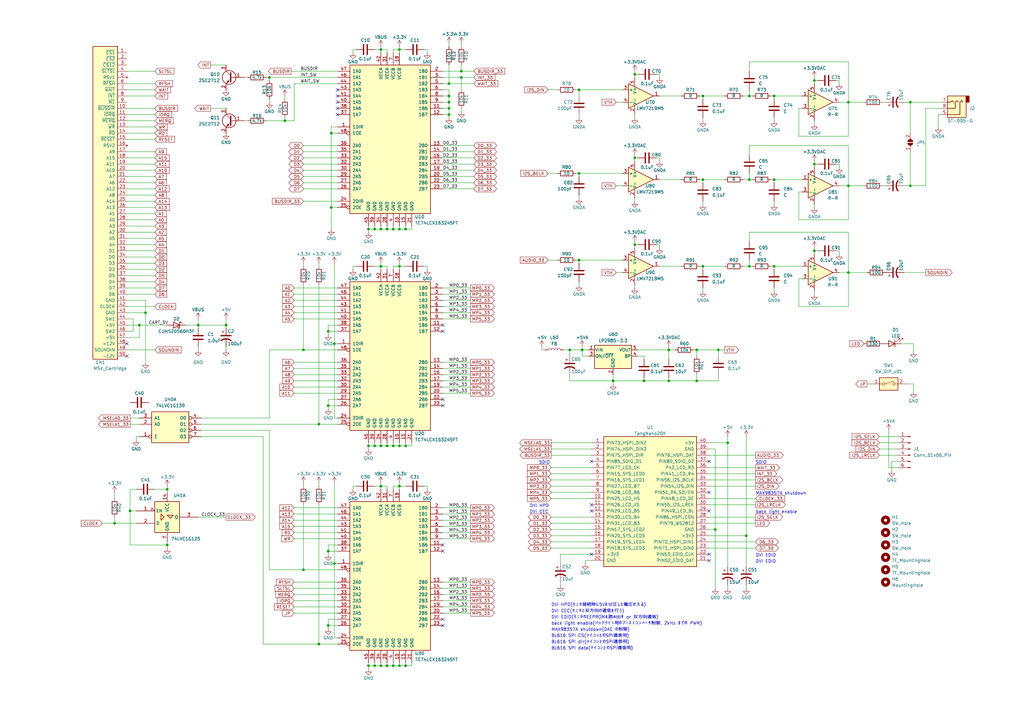
<source format=kicad_sch>
(kicad_sch (version 20230121) (generator eeschema)
  (paper "A3")
  (title_block (title "tnCart") (rev "1") (company "buppu3"))
  (junction (at 264.16 156.21))
  (junction (at 92.71 133.35))
  (junction (at 189.23 29.21))
  (junction (at 260.35 64.77))
  (junction (at 184.15 39.37))
  (junction (at 116.84 49.53))
  (junction (at 163.83 109.22))
  (junction (at 298.45 181.61))
  (junction (at 124.46 143.51))
  (junction (at 307.34 39.37))
  (junction (at 334.01 67.31))
  (junction (at 347.98 111.76))
  (junction (at 57.15 133.35))
  (junction (at 166.37 273.05))
  (junction (at 156.21 199.39))
  (junction (at 135.89 85.09))
  (junction (at 134.62 226.06))
  (junction (at 134.62 135.89))
  (junction (at 156.21 273.05))
  (junction (at 307.34 109.22))
  (junction (at 334.01 33.02))
  (junction (at 158.75 182.88))
  (junction (at 260.35 100.33))
  (junction (at 189.23 31.75))
  (junction (at 288.29 109.22))
  (junction (at 347.98 41.91))
  (junction (at 233.68 143.51))
  (junction (at 184.15 44.45))
  (junction (at 156.21 182.88))
  (junction (at 53.34 209.55))
  (junction (at 161.29 93.98))
  (junction (at 288.29 73.66))
  (junction (at 153.67 273.05))
  (junction (at 151.13 273.05))
  (junction (at 46.99 214.63))
  (junction (at 334.01 102.87))
  (junction (at 373.38 76.2))
  (junction (at 134.62 166.37))
  (junction (at 274.32 156.21))
  (junction (at 237.49 71.12))
  (junction (at 110.49 31.75))
  (junction (at 153.67 93.98))
  (junction (at 59.69 128.27))
  (junction (at 373.38 41.91))
  (junction (at 158.75 93.98))
  (junction (at 156.21 93.98))
  (junction (at 317.5 109.22))
  (junction (at 163.83 273.05))
  (junction (at 237.49 106.68))
  (junction (at 161.29 273.05))
  (junction (at 166.37 93.98))
  (junction (at 158.75 273.05))
  (junction (at 166.37 182.88))
  (junction (at 151.13 93.98))
  (junction (at 294.64 143.51))
  (junction (at 237.49 36.83))
  (junction (at 260.35 30.48))
  (junction (at 306.07 219.71))
  (junction (at 293.37 217.17))
  (junction (at 130.81 264.16))
  (junction (at 274.32 143.51))
  (junction (at 317.5 73.66))
  (junction (at 68.58 223.52))
  (junction (at 184.15 41.91))
  (junction (at 137.16 231.14))
  (junction (at 285.75 143.51))
  (junction (at 285.75 156.21))
  (junction (at 151.13 182.88))
  (junction (at 251.46 156.21))
  (junction (at 163.83 20.32))
  (junction (at 163.83 199.39))
  (junction (at 238.76 143.51))
  (junction (at 184.15 34.29))
  (junction (at 288.29 39.37))
  (junction (at 163.83 182.88))
  (junction (at 134.62 256.54))
  (junction (at 124.46 233.68))
  (junction (at 135.89 54.61))
  (junction (at 163.83 93.98))
  (junction (at 347.98 76.2))
  (junction (at 130.81 173.99))
  (junction (at 156.21 20.32))
  (junction (at 184.15 46.99))
  (junction (at 161.29 182.88))
  (junction (at 137.16 140.97))
  (junction (at 68.58 200.66))
  (junction (at 156.21 109.22))
  (junction (at 153.67 182.88))
  (junction (at 81.28 133.35))
  (junction (at 317.5 39.37))
  (junction (at 307.34 73.66))
  (no_connect (at 242.57 227.33))
  (no_connect (at 181.61 166.37))
  (no_connect (at 290.83 201.93))
  (no_connect (at 290.83 227.33))
  (no_connect (at 138.43 44.45))
  (no_connect (at 138.43 39.37))
  (no_connect (at 242.57 207.01))
  (no_connect (at 138.43 46.99))
  (no_connect (at 290.83 209.55))
  (no_connect (at 52.07 140.97))
  (no_connect (at 138.43 36.83))
  (no_connect (at 181.61 254))
  (no_connect (at 181.61 163.83))
  (no_connect (at 181.61 135.89))
  (no_connect (at 242.57 209.55))
  (no_connect (at 181.61 133.35))
  (no_connect (at 138.43 41.91))
  (no_connect (at 181.61 223.52))
  (no_connect (at 242.57 189.23))
  (no_connect (at 181.61 256.54))
  (no_connect (at 181.61 226.06))
  (no_connect (at 52.07 146.05))
  (no_connect (at 290.83 189.23))
  (no_connect (at 290.83 229.87))
  (wire (pts (xy 120.65 241.3) (xy 138.43 241.3)))
  (wire (pts (xy 124.46 143.51) (xy 138.43 143.51)))
  (wire (pts (xy 158.75 271.78) (xy 158.75 273.05)))
  (wire (pts (xy 163.83 182.88) (xy 161.29 182.88)))
  (wire (pts (xy 166.37 92.71) (xy 166.37 93.98)))
  (wire (pts (xy 138.43 223.52) (xy 134.62 223.52)))
  (wire (pts (xy 52.07 130.81) (xy 54.61 130.81)))
  (wire (pts (xy 184.15 36.83) (xy 184.15 39.37)))
  (wire (pts (xy 168.91 273.05) (xy 166.37 273.05)))
  (wire (pts (xy 304.8 39.37) (xy 307.34 39.37)))
  (wire (pts (xy 120.65 208.28) (xy 138.43 208.28)))
  (wire (pts (xy 82.55 179.07) (xy 107.95 179.07)))
  (wire (pts (xy 297.18 73.66) (xy 288.29 73.66)))
  (wire (pts (xy 57.15 133.35) (xy 57.15 138.43)))
  (wire (pts (xy 52.07 72.39) (xy 63.5 72.39)))
  (wire (pts (xy 334.01 119.38) (xy 334.01 120.65)))
  (wire (pts (xy 163.83 20.32) (xy 163.83 21.59)))
  (wire (pts (xy 373.38 62.23) (xy 373.38 76.2)))
  (wire (pts (xy 184.15 44.45) (xy 184.15 46.99)))
  (wire (pts (xy 231.14 143.51) (xy 233.68 143.51)))
  (wire (pts (xy 361.95 41.91) (xy 363.22 41.91)))
  (wire (pts (xy 124.46 72.39) (xy 138.43 72.39)))
  (wire (pts (xy 130.81 207.01) (xy 130.81 264.16)))
  (wire (pts (xy 297.18 109.22) (xy 288.29 109.22)))
  (wire (pts (xy 181.61 210.82) (xy 193.04 210.82)))
  (wire (pts (xy 163.83 181.61) (xy 163.83 182.88)))
  (wire (pts (xy 335.28 67.31) (xy 334.01 67.31)))
  (wire (pts (xy 261.62 143.51) (xy 274.32 143.51)))
  (wire (pts (xy 226.06 214.63) (xy 242.57 214.63)))
  (wire (pts (xy 293.37 217.17) (xy 293.37 241.3)))
  (wire (pts (xy 342.9 33.02) (xy 344.17 33.02)))
  (wire (pts (xy 168.91 92.71) (xy 168.91 93.98)))
  (wire (pts (xy 135.89 54.61) (xy 138.43 54.61)))
  (wire (pts (xy 181.61 215.9) (xy 193.04 215.9)))
  (wire (pts (xy 116.84 48.26) (xy 116.84 49.53)))
  (wire (pts (xy 237.49 106.68) (xy 237.49 107.95)))
  (wire (pts (xy 181.61 62.23) (xy 194.31 62.23)))
  (wire (pts (xy 153.67 199.39) (xy 156.21 199.39)))
  (wire (pts (xy 54.61 135.89) (xy 52.07 135.89)))
  (wire (pts (xy 158.75 93.98) (xy 156.21 93.98)))
  (wire (pts (xy 327.66 55.88) (xy 347.98 55.88)))
  (wire (pts (xy 181.61 72.39) (xy 194.31 72.39)))
  (wire (pts (xy 52.07 90.17) (xy 63.5 90.17)))
  (wire (pts (xy 57.15 138.43) (xy 52.07 138.43)))
  (wire (pts (xy 59.69 128.27) (xy 52.07 128.27)))
  (wire (pts (xy 288.29 73.66) (xy 288.29 74.93)))
  (wire (pts (xy 293.37 184.15) (xy 293.37 217.17)))
  (wire (pts (xy 364.49 191.77) (xy 364.49 176.53)))
  (wire (pts (xy 151.13 273.05) (xy 153.67 273.05)))
  (wire (pts (xy 334.01 102.87) (xy 334.01 104.14)))
  (wire (pts (xy 307.34 25.4) (xy 347.98 25.4)))
  (wire (pts (xy 110.49 31.75) (xy 138.43 31.75)))
  (wire (pts (xy 261.62 30.48) (xy 260.35 30.48)))
  (wire (pts (xy 134.62 133.35) (xy 134.62 135.89)))
  (wire (pts (xy 161.29 271.78) (xy 161.29 273.05)))
  (wire (pts (xy 134.62 223.52) (xy 134.62 226.06)))
  (wire (pts (xy 144.78 20.32) (xy 146.05 20.32)))
  (wire (pts (xy 285.75 143.51) (xy 285.75 146.05)))
  (wire (pts (xy 327.66 90.17) (xy 347.98 90.17)))
  (wire (pts (xy 344.17 33.02) (xy 344.17 34.29)))
  (wire (pts (xy 138.43 166.37) (xy 134.62 166.37)))
  (wire (pts (xy 264.16 156.21) (xy 274.32 156.21)))
  (wire (pts (xy 226.06 201.93) (xy 242.57 201.93)))
  (wire (pts (xy 344.17 67.31) (xy 344.17 68.58)))
  (wire (pts (xy 229.87 238.76) (xy 229.87 240.03)))
  (wire (pts (xy 153.67 93.98) (xy 156.21 93.98)))
  (wire (pts (xy 124.46 116.84) (xy 124.46 143.51)))
  (wire (pts (xy 317.5 39.37) (xy 328.93 39.37)))
  (wire (pts (xy 288.29 109.22) (xy 288.29 110.49)))
  (wire (pts (xy 237.49 71.12) (xy 255.27 71.12)))
  (wire (pts (xy 327.66 125.73) (xy 347.98 125.73)))
  (wire (pts (xy 135.89 54.61) (xy 135.89 85.09)))
  (wire (pts (xy 158.75 273.05) (xy 156.21 273.05)))
  (wire (pts (xy 151.13 182.88) (xy 153.67 182.88)))
  (wire (pts (xy 260.35 99.06) (xy 260.35 100.33)))
  (wire (pts (xy 226.06 219.71) (xy 242.57 219.71)))
  (wire (pts (xy 307.34 95.25) (xy 347.98 95.25)))
  (wire (pts (xy 298.45 181.61) (xy 298.45 232.41)))
  (wire (pts (xy 327.66 78.74) (xy 327.66 90.17)))
  (wire (pts (xy 270.51 30.48) (xy 270.51 31.75)))
  (wire (pts (xy 260.35 100.33) (xy 260.35 101.6)))
  (wire (pts (xy 379.73 76.2) (xy 373.38 76.2)))
  (wire (pts (xy 52.07 123.19) (xy 59.69 123.19)))
  (wire (pts (xy 347.98 76.2) (xy 347.98 59.69)))
  (wire (pts (xy 163.83 93.98) (xy 161.29 93.98)))
  (wire (pts (xy 317.5 48.26) (xy 317.5 49.53)))
  (wire (pts (xy 373.38 41.91) (xy 386.08 41.91)))
  (wire (pts (xy 290.83 207.01) (xy 309.88 207.01)))
  (wire (pts (xy 156.21 271.78) (xy 156.21 273.05)))
  (wire (pts (xy 373.38 41.91) (xy 373.38 54.61)))
  (wire (pts (xy 237.49 36.83) (xy 237.49 39.37)))
  (wire (pts (xy 163.83 199.39) (xy 166.37 199.39)))
  (wire (pts (xy 137.16 231.14) (xy 137.16 261.62)))
  (wire (pts (xy 181.61 34.29) (xy 184.15 34.29)))
  (wire (pts (xy 290.83 224.79) (xy 309.88 224.79)))
  (wire (pts (xy 138.43 171.45) (xy 137.16 171.45)))
  (wire (pts (xy 181.61 220.98) (xy 193.04 220.98)))
  (wire (pts (xy 184.15 26.67) (xy 184.15 34.29)))
  (wire (pts (xy 134.62 163.83) (xy 134.62 166.37)))
  (wire (pts (xy 107.95 264.16) (xy 107.95 179.07)))
  (wire (pts (xy 120.65 215.9) (xy 138.43 215.9)))
  (wire (pts (xy 189.23 29.21) (xy 194.31 29.21)))
  (wire (pts (xy 261.62 64.77) (xy 260.35 64.77)))
  (wire (pts (xy 226.06 196.85) (xy 242.57 196.85)))
  (wire (pts (xy 347.98 111.76) (xy 344.17 111.76)))
  (wire (pts (xy 307.34 109.22) (xy 308.61 109.22)))
  (wire (pts (xy 251.46 156.21) (xy 251.46 153.67)))
  (wire (pts (xy 297.18 39.37) (xy 288.29 39.37)))
  (wire (pts (xy 189.23 31.75) (xy 194.31 31.75)))
  (wire (pts (xy 181.61 120.65) (xy 193.04 120.65)))
  (wire (pts (xy 189.23 26.67) (xy 189.23 29.21)))
  (wire (pts (xy 54.61 130.81) (xy 54.61 135.89)))
  (wire (pts (xy 285.75 153.67) (xy 285.75 156.21)))
  (wire (pts (xy 52.07 77.47) (xy 63.5 77.47)))
  (wire (pts (xy 344.17 102.87) (xy 344.17 104.14)))
  (wire (pts (xy 134.62 254) (xy 134.62 256.54)))
  (wire (pts (xy 151.13 273.05) (xy 151.13 274.32)))
  (wire (pts (xy 158.75 21.59) (xy 158.75 20.32)))
  (wire (pts (xy 120.65 125.73) (xy 138.43 125.73)))
  (wire (pts (xy 135.89 85.09) (xy 135.89 93.98)))
  (wire (pts (xy 156.21 199.39) (xy 158.75 199.39)))
  (wire (pts (xy 224.79 36.83) (xy 228.6 36.83)))
  (wire (pts (xy 63.5 200.66) (xy 68.58 200.66)))
  (wire (pts (xy 52.07 87.63) (xy 63.5 87.63)))
  (wire (pts (xy 52.07 120.65) (xy 63.5 120.65)))
  (wire (pts (xy 57.15 179.07) (xy 55.88 179.07)))
  (wire (pts (xy 306.07 179.07) (xy 306.07 219.71)))
  (wire (pts (xy 373.38 76.2) (xy 370.84 76.2)))
  (wire (pts (xy 52.07 125.73) (xy 63.5 125.73)))
  (wire (pts (xy 153.67 273.05) (xy 156.21 273.05)))
  (wire (pts (xy 270.51 100.33) (xy 270.51 101.6)))
  (wire (pts (xy 120.65 220.98) (xy 138.43 220.98)))
  (wire (pts (xy 316.23 73.66) (xy 317.5 73.66)))
  (wire (pts (xy 68.58 222.25) (xy 68.58 223.52)))
  (wire (pts (xy 181.61 123.19) (xy 193.04 123.19)))
  (wire (pts (xy 144.78 200.66) (xy 144.78 199.39)))
  (wire (pts (xy 120.65 238.76) (xy 138.43 238.76)))
  (wire (pts (xy 347.98 59.69) (xy 307.34 59.69)))
  (wire (pts (xy 274.32 143.51) (xy 274.32 147.32)))
  (wire (pts (xy 161.29 273.05) (xy 158.75 273.05)))
  (wire (pts (xy 120.65 156.21) (xy 138.43 156.21)))
  (wire (pts (xy 317.5 109.22) (xy 328.93 109.22)))
  (wire (pts (xy 328.93 78.74) (xy 327.66 78.74)))
  (wire (pts (xy 158.75 181.61) (xy 158.75 182.88)))
  (wire (pts (xy 130.81 173.99) (xy 138.43 173.99)))
  (wire (pts (xy 181.61 46.99) (xy 184.15 46.99)))
  (wire (pts (xy 233.68 153.67) (xy 233.68 156.21)))
  (wire (pts (xy 372.11 157.48) (xy 374.65 157.48)))
  (wire (pts (xy 166.37 93.98) (xy 163.83 93.98)))
  (wire (pts (xy 184.15 17.78) (xy 184.15 19.05)))
  (wire (pts (xy 52.07 115.57) (xy 63.5 115.57)))
  (wire (pts (xy 137.16 140.97) (xy 137.16 107.95)))
  (wire (pts (xy 290.83 217.17) (xy 293.37 217.17)))
  (wire (pts (xy 120.65 246.38) (xy 138.43 246.38)))
  (wire (pts (xy 158.75 200.66) (xy 158.75 199.39)))
  (wire (pts (xy 294.64 143.51) (xy 297.18 143.51)))
  (wire (pts (xy 181.61 153.67) (xy 193.04 153.67)))
  (wire (pts (xy 134.62 256.54) (xy 134.62 257.81)))
  (wire (pts (xy 290.83 212.09) (xy 309.88 212.09)))
  (wire (pts (xy 307.34 36.83) (xy 307.34 39.37)))
  (wire (pts (xy 138.43 140.97) (xy 137.16 140.97)))
  (wire (pts (xy 130.81 107.95) (xy 130.81 109.22)))
  (wire (pts (xy 360.68 181.61) (xy 368.3 181.61)))
  (wire (pts (xy 224.79 106.68) (xy 228.6 106.68)))
  (wire (pts (xy 226.06 217.17) (xy 242.57 217.17)))
  (wire (pts (xy 334.01 67.31) (xy 334.01 68.58)))
  (wire (pts (xy 120.65 161.29) (xy 138.43 161.29)))
  (wire (pts (xy 124.46 107.95) (xy 124.46 109.22)))
  (wire (pts (xy 287.02 73.66) (xy 288.29 73.66)))
  (wire (pts (xy 124.46 69.85) (xy 138.43 69.85)))
  (wire (pts (xy 52.07 46.99) (xy 63.5 46.99)))
  (wire (pts (xy 360.68 186.69) (xy 368.3 186.69)))
  (wire (pts (xy 124.46 67.31) (xy 138.43 67.31)))
  (wire (pts (xy 181.61 64.77) (xy 194.31 64.77)))
  (wire (pts (xy 260.35 29.21) (xy 260.35 30.48)))
  (wire (pts (xy 59.69 128.27) (xy 59.69 148.59)))
  (wire (pts (xy 52.07 85.09) (xy 63.5 85.09)))
  (wire (pts (xy 163.83 20.32) (xy 166.37 20.32)))
  (wire (pts (xy 81.28 143.51) (xy 81.28 142.24)))
  (wire (pts (xy 181.61 125.73) (xy 193.04 125.73)))
  (wire (pts (xy 181.61 130.81) (xy 193.04 130.81)))
  (wire (pts (xy 287.02 39.37) (xy 288.29 39.37)))
  (wire (pts (xy 81.28 133.35) (xy 92.71 133.35)))
  (wire (pts (xy 120.65 130.81) (xy 138.43 130.81)))
  (wire (pts (xy 161.29 200.66) (xy 161.29 199.39)))
  (wire (pts (xy 384.81 46.99) (xy 384.81 52.07)))
  (wire (pts (xy 52.07 143.51) (xy 63.5 143.51)))
  (wire (pts (xy 138.43 256.54) (xy 134.62 256.54)))
  (wire (pts (xy 52.07 92.71) (xy 63.5 92.71)))
  (wire (pts (xy 181.61 118.11) (xy 193.04 118.11)))
  (wire (pts (xy 168.91 271.78) (xy 168.91 273.05)))
  (wire (pts (xy 347.98 90.17) (xy 347.98 76.2)))
  (wire (pts (xy 316.23 109.22) (xy 317.5 109.22)))
  (wire (pts (xy 226.06 222.25) (xy 242.57 222.25)))
  (wire (pts (xy 137.16 261.62) (xy 138.43 261.62)))
  (wire (pts (xy 137.16 198.12) (xy 137.16 231.14)))
  (wire (pts (xy 370.84 111.76) (xy 379.73 111.76)))
  (wire (pts (xy 166.37 182.88) (xy 163.83 182.88)))
  (wire (pts (xy 124.46 207.01) (xy 124.46 233.68)))
  (wire (pts (xy 236.22 71.12) (xy 237.49 71.12)))
  (wire (pts (xy 181.61 248.92) (xy 193.04 248.92)))
  (wire (pts (xy 124.46 59.69) (xy 138.43 59.69)))
  (wire (pts (xy 181.61 59.69) (xy 194.31 59.69)))
  (wire (pts (xy 46.99 212.09) (xy 46.99 214.63)))
  (wire (pts (xy 151.13 93.98) (xy 151.13 95.25)))
  (wire (pts (xy 151.13 182.88) (xy 151.13 184.15)))
  (wire (pts (xy 328.93 44.45) (xy 327.66 44.45)))
  (wire (pts (xy 100.33 31.75) (xy 101.6 31.75)))
  (wire (pts (xy 237.49 115.57) (xy 237.49 116.84)))
  (wire (pts (xy 116.84 49.53) (xy 120.65 49.53)))
  (wire (pts (xy 124.46 64.77) (xy 138.43 64.77)))
  (wire (pts (xy 290.83 194.31) (xy 309.88 194.31)))
  (wire (pts (xy 161.29 182.88) (xy 158.75 182.88)))
  (wire (pts (xy 110.49 233.68) (xy 124.46 233.68)))
  (wire (pts (xy 156.21 181.61) (xy 156.21 182.88)))
  (wire (pts (xy 290.83 184.15) (xy 293.37 184.15)))
  (wire (pts (xy 342.9 67.31) (xy 344.17 67.31)))
  (wire (pts (xy 347.98 41.91) (xy 354.33 41.91)))
  (wire (pts (xy 156.21 199.39) (xy 156.21 200.66)))
  (wire (pts (xy 386.08 46.99) (xy 384.81 46.99)))
  (wire (pts (xy 153.67 20.32) (xy 156.21 20.32)))
  (wire (pts (xy 181.61 148.59) (xy 193.04 148.59)))
  (wire (pts (xy 274.32 154.94) (xy 274.32 156.21)))
  (wire (pts (xy 52.07 57.15) (xy 63.5 57.15)))
  (wire (pts (xy 181.61 74.93) (xy 194.31 74.93)))
  (wire (pts (xy 347.98 55.88) (xy 347.98 41.91)))
  (wire (pts (xy 181.61 241.3) (xy 193.04 241.3)))
  (wire (pts (xy 334.01 66.04) (xy 334.01 67.31)))
  (wire (pts (xy 222.25 142.24) (xy 222.25 143.51)))
  (wire (pts (xy 181.61 44.45) (xy 184.15 44.45)))
  (wire (pts (xy 347.98 41.91) (xy 347.98 25.4)))
  (wire (pts (xy 153.67 92.71) (xy 153.67 93.98)))
  (wire (pts (xy 307.34 71.12) (xy 307.34 73.66)))
  (wire (pts (xy 175.26 20.32) (xy 175.26 21.59)))
  (wire (pts (xy 116.84 39.37) (xy 116.84 40.64)))
  (wire (pts (xy 81.28 130.81) (xy 81.28 133.35)))
  (wire (pts (xy 124.46 77.47) (xy 138.43 77.47)))
  (wire (pts (xy 226.06 194.31) (xy 242.57 194.31)))
  (wire (pts (xy 120.65 248.92) (xy 138.43 248.92)))
  (wire (pts (xy 153.67 271.78) (xy 153.67 273.05)))
  (wire (pts (xy 109.22 49.53) (xy 116.84 49.53)))
  (wire (pts (xy 100.33 49.53) (xy 101.6 49.53)))
  (wire (pts (xy 68.58 199.39) (xy 68.58 200.66)))
  (wire (pts (xy 288.29 118.11) (xy 288.29 119.38)))
  (wire (pts (xy 226.06 199.39) (xy 242.57 199.39)))
  (wire (pts (xy 224.79 71.12) (xy 228.6 71.12)))
  (wire (pts (xy 53.34 200.66) (xy 53.34 209.55)))
  (wire (pts (xy 347.98 111.76) (xy 347.98 95.25)))
  (wire (pts (xy 269.24 64.77) (xy 270.51 64.77)))
  (wire (pts (xy 335.28 102.87) (xy 334.01 102.87)))
  (wire (pts (xy 138.43 226.06) (xy 134.62 226.06)))
  (wire (pts (xy 260.35 30.48) (xy 260.35 31.75)))
  (wire (pts (xy 233.68 143.51) (xy 233.68 146.05)))
  (wire (pts (xy 156.21 109.22) (xy 158.75 109.22)))
  (wire (pts (xy 252.73 76.2) (xy 255.27 76.2)))
  (wire (pts (xy 270.51 73.66) (xy 279.4 73.66)))
  (wire (pts (xy 120.65 128.27) (xy 138.43 128.27)))
  (wire (pts (xy 251.46 156.21) (xy 251.46 157.48)))
  (wire (pts (xy 156.21 107.95) (xy 156.21 109.22)))
  (wire (pts (xy 168.91 181.61) (xy 168.91 182.88)))
  (wire (pts (xy 189.23 44.45) (xy 189.23 45.72)))
  (wire (pts (xy 173.99 199.39) (xy 175.26 199.39)))
  (wire (pts (xy 120.65 210.82) (xy 138.43 210.82)))
  (wire (pts (xy 236.22 36.83) (xy 237.49 36.83)))
  (wire (pts (xy 156.21 198.12) (xy 156.21 199.39)))
  (wire (pts (xy 264.16 154.94) (xy 264.16 156.21)))
  (wire (pts (xy 226.06 181.61) (xy 242.57 181.61)))
  (wire (pts (xy 135.89 85.09) (xy 138.43 85.09)))
  (wire (pts (xy 181.61 161.29) (xy 193.04 161.29)))
  (wire (pts (xy 135.89 52.07) (xy 135.89 54.61)))
  (wire (pts (xy 290.83 222.25) (xy 309.88 222.25)))
  (wire (pts (xy 294.64 143.51) (xy 285.75 143.51)))
  (wire (pts (xy 304.8 109.22) (xy 307.34 109.22)))
  (wire (pts (xy 52.07 62.23) (xy 63.5 62.23)))
  (wire (pts (xy 347.98 76.2) (xy 344.17 76.2)))
  (wire (pts (xy 92.71 143.51) (xy 92.71 142.24)))
  (wire (pts (xy 189.23 17.78) (xy 189.23 19.05)))
  (wire (pts (xy 156.21 92.71) (xy 156.21 93.98)))
  (wire (pts (xy 110.49 143.51) (xy 110.49 171.45)))
  (wire (pts (xy 237.49 71.12) (xy 237.49 72.39)))
  (wire (pts (xy 290.83 219.71) (xy 306.07 219.71)))
  (wire (pts (xy 52.07 52.07) (xy 63.5 52.07)))
  (wire (pts (xy 238.76 142.24) (xy 238.76 143.51)))
  (wire (pts (xy 334.01 83.82) (xy 334.01 85.09)))
  (wire (pts (xy 59.69 123.19) (xy 59.69 128.27)))
  (wire (pts (xy 52.07 29.21) (xy 63.5 29.21)))
  (wire (pts (xy 134.62 135.89) (xy 134.62 137.16)))
  (wire (pts (xy 361.95 76.2) (xy 363.22 76.2)))
  (wire (pts (xy 161.29 92.71) (xy 161.29 93.98)))
  (wire (pts (xy 156.21 109.22) (xy 156.21 110.49)))
  (wire (pts (xy 82.55 173.99) (xy 130.81 173.99)))
  (wire (pts (xy 163.83 271.78) (xy 163.83 273.05)))
  (wire (pts (xy 181.61 36.83) (xy 184.15 36.83)))
  (wire (pts (xy 138.43 163.83) (xy 134.62 163.83)))
  (wire (pts (xy 260.35 81.28) (xy 260.35 82.55)))
  (wire (pts (xy 317.5 39.37) (xy 317.5 40.64)))
  (wire (pts (xy 288.29 39.37) (xy 288.29 40.64)))
  (wire (pts (xy 181.61 39.37) (xy 184.15 39.37)))
  (wire (pts (xy 298.45 181.61) (xy 290.83 181.61)))
  (wire (pts (xy 317.5 73.66) (xy 328.93 73.66)))
  (wire (pts (xy 151.13 93.98) (xy 153.67 93.98)))
  (wire (pts (xy 181.61 41.91) (xy 184.15 41.91)))
  (wire (pts (xy 334.01 33.02) (xy 334.01 34.29)))
  (wire (pts (xy 109.22 31.75) (xy 110.49 31.75)))
  (wire (pts (xy 285.75 156.21) (xy 294.64 156.21)))
  (wire (pts (xy 240.03 229.87) (xy 240.03 231.14)))
  (wire (pts (xy 52.07 133.35) (xy 57.15 133.35)))
  (wire (pts (xy 92.71 133.35) (xy 92.71 134.62)))
  (wire (pts (xy 138.43 264.16) (xy 130.81 264.16)))
  (wire (pts (xy 181.61 251.46) (xy 193.04 251.46)))
  (wire (pts (xy 233.68 143.51) (xy 238.76 143.51)))
  (wire (pts (xy 307.34 59.69) (xy 307.34 63.5)))
  (wire (pts (xy 110.49 143.51) (xy 124.46 143.51)))
  (wire (pts (xy 151.13 271.78) (xy 151.13 273.05)))
  (wire (pts (xy 269.24 100.33) (xy 270.51 100.33)))
  (wire (pts (xy 260.35 63.5) (xy 260.35 64.77)))
  (wire (pts (xy 173.99 20.32) (xy 175.26 20.32)))
  (wire (pts (xy 237.49 46.99) (xy 237.49 48.26)))
  (wire (pts (xy 120.65 218.44) (xy 138.43 218.44)))
  (wire (pts (xy 52.07 113.03) (xy 63.5 113.03)))
  (wire (pts (xy 287.02 109.22) (xy 288.29 109.22)))
  (wire (pts (xy 184.15 34.29) (xy 194.31 34.29)))
  (wire (pts (xy 81.28 134.62) (xy 81.28 133.35)))
  (wire (pts (xy 138.43 135.89) (xy 134.62 135.89)))
  (wire (pts (xy 181.61 238.76) (xy 193.04 238.76)))
  (wire (pts (xy 226.06 191.77) (xy 242.57 191.77)))
  (wire (pts (xy 144.78 110.49) (xy 144.78 109.22)))
  (wire (pts (xy 342.9 102.87) (xy 344.17 102.87)))
  (wire (pts (xy 119.38 29.21) (xy 138.43 29.21)))
  (wire (pts (xy 260.35 116.84) (xy 260.35 118.11)))
  (wire (pts (xy 374.65 157.48) (xy 374.65 160.655)))
  (wire (pts (xy 317.5 118.11) (xy 317.5 119.38)))
  (wire (pts (xy 181.61 29.21) (xy 189.23 29.21)))
  (wire (pts (xy 166.37 271.78) (xy 166.37 273.05)))
  (wire (pts (xy 226.06 184.15) (xy 242.57 184.15)))
  (wire (pts (xy 355.6 157.48) (xy 356.87 157.48)))
  (wire (pts (xy 368.3 191.77) (xy 364.49 191.77)))
  (wire (pts (xy 175.26 199.39) (xy 175.26 200.66)))
  (wire (pts (xy 181.61 213.36) (xy 193.04 213.36)))
  (wire (pts (xy 181.61 156.21) (xy 193.04 156.21)))
  (wire (pts (xy 52.07 95.25) (xy 63.5 95.25)))
  (wire (pts (xy 229.87 227.33) (xy 229.87 231.14)))
  (wire (pts (xy 68.58 200.66) (xy 68.58 201.93)))
  (wire (pts (xy 270.51 64.77) (xy 270.51 66.04)))
  (wire (pts (xy 173.99 109.22) (xy 175.26 109.22)))
  (wire (pts (xy 151.13 92.71) (xy 151.13 93.98)))
  (wire (pts (xy 290.83 204.47) (xy 309.88 204.47)))
  (wire (pts (xy 158.75 182.88) (xy 156.21 182.88)))
  (wire (pts (xy 57.15 133.35) (xy 68.58 133.35)))
  (wire (pts (xy 294.64 146.05) (xy 294.64 143.51)))
  (wire (pts (xy 156.21 20.32) (xy 158.75 20.32)))
  (wire (pts (xy 304.8 73.66) (xy 307.34 73.66)))
  (wire (pts (xy 46.99 214.63) (xy 55.88 214.63)))
  (wire (pts (xy 288.29 48.26) (xy 288.29 49.53)))
  (wire (pts (xy 53.34 209.55) (xy 55.88 209.55)))
  (wire (pts (xy 379.73 44.45) (xy 379.73 76.2)))
  (wire (pts (xy 52.07 118.11) (xy 63.5 118.11)))
  (wire (pts (xy 347.98 41.91) (xy 344.17 41.91)))
  (wire (pts (xy 328.93 114.3) (xy 327.66 114.3)))
  (wire (pts (xy 52.07 34.29) (xy 63.5 34.29)))
  (wire (pts (xy 137.16 171.45) (xy 137.16 140.97)))
  (wire (pts (xy 181.61 151.13) (xy 193.04 151.13)))
  (wire (pts (xy 168.91 182.88) (xy 166.37 182.88)))
  (wire (pts (xy 237.49 36.83) (xy 255.27 36.83)))
  (wire (pts (xy 181.61 128.27) (xy 193.04 128.27)))
  (wire (pts (xy 334.01 49.53) (xy 334.01 50.8)))
  (wire (pts (xy 68.58 223.52) (xy 68.58 224.79)))
  (wire (pts (xy 261.62 100.33) (xy 260.35 100.33)))
  (wire (pts (xy 284.48 143.51) (xy 285.75 143.51)))
  (wire (pts (xy 298.45 179.07) (xy 298.45 181.61)))
  (wire (pts (xy 81.28 212.09) (xy 92.71 212.09)))
  (wire (pts (xy 166.37 181.61) (xy 166.37 182.88)))
  (wire (pts (xy 156.21 19.05) (xy 156.21 20.32)))
  (wire (pts (xy 298.45 240.03) (xy 298.45 241.3)))
  (wire (pts (xy 52.07 110.49) (xy 63.5 110.49)))
  (wire (pts (xy 270.51 109.22) (xy 279.4 109.22)))
  (wire (pts (xy 52.07 44.45) (xy 63.5 44.45)))
  (wire (pts (xy 124.46 74.93) (xy 138.43 74.93)))
  (wire (pts (xy 189.23 31.75) (xy 189.23 36.83)))
  (wire (pts (xy 237.49 80.01) (xy 237.49 81.28)))
  (wire (pts (xy 184.15 41.91) (xy 184.15 44.45)))
  (wire (pts (xy 226.06 212.09) (xy 242.57 212.09)))
  (wire (pts (xy 181.61 77.47) (xy 194.31 77.47)))
  (wire (pts (xy 124.46 233.68) (xy 138.43 233.68)))
  (wire (pts (xy 120.65 34.29) (xy 120.65 49.53)))
  (wire (pts (xy 52.07 74.93) (xy 63.5 74.93)))
  (wire (pts (xy 161.29 109.22) (xy 163.83 109.22)))
  (wire (pts (xy 82.55 171.45) (xy 110.49 171.45)))
  (wire (pts (xy 124.46 198.12) (xy 124.46 199.39)))
  (wire (pts (xy 138.43 133.35) (xy 134.62 133.35)))
  (wire (pts (xy 269.24 30.48) (xy 270.51 30.48)))
  (wire (pts (xy 307.34 106.68) (xy 307.34 109.22)))
  (wire (pts (xy 290.83 214.63) (xy 309.88 214.63)))
  (wire (pts (xy 307.34 73.66) (xy 308.61 73.66)))
  (wire (pts (xy 335.28 33.02) (xy 334.01 33.02)))
  (wire (pts (xy 368.3 189.23) (xy 365.76 189.23)))
  (wire (pts (xy 52.07 105.41) (xy 63.5 105.41)))
  (wire (pts (xy 144.78 109.22) (xy 146.05 109.22)))
  (wire (pts (xy 52.07 80.01) (xy 63.5 80.01)))
  (wire (pts (xy 55.88 200.66) (xy 53.34 200.66)))
  (wire (pts (xy 184.15 46.99) (xy 184.15 48.26)))
  (wire (pts (xy 53.34 223.52) (xy 53.34 209.55)))
  (wire (pts (xy 242.57 227.33) (xy 229.87 227.33)))
  (wire (pts (xy 285.75 156.21) (xy 274.32 156.21)))
  (wire (pts (xy 274.32 143.51) (xy 276.86 143.51)))
  (wire (pts (xy 168.91 93.98) (xy 166.37 93.98)))
  (wire (pts (xy 307.34 25.4) (xy 307.34 29.21)))
  (wire (pts (xy 260.35 64.77) (xy 260.35 66.04)))
  (wire (pts (xy 317.5 82.55) (xy 317.5 83.82)))
  (wire (pts (xy 153.67 182.88) (xy 156.21 182.88)))
  (wire (pts (xy 120.65 158.75) (xy 138.43 158.75)))
  (wire (pts (xy 161.29 20.32) (xy 163.83 20.32)))
  (wire (pts (xy 41.91 214.63) (xy 46.99 214.63)))
  (wire (pts (xy 360.68 179.07) (xy 368.3 179.07)))
  (wire (pts (xy 261.62 146.05) (xy 264.16 146.05)))
  (wire (pts (xy 120.65 123.19) (xy 138.43 123.19)))
  (wire (pts (xy 334.01 31.75) (xy 334.01 33.02)))
  (wire (pts (xy 236.22 106.68) (xy 237.49 106.68)))
  (wire (pts (xy 161.29 93.98) (xy 158.75 93.98)))
  (wire (pts (xy 120.65 118.11) (xy 138.43 118.11)))
  (wire (pts (xy 52.07 67.31) (xy 63.5 67.31)))
  (wire (pts (xy 137.16 231.14) (xy 138.43 231.14)))
  (wire (pts (xy 110.49 31.75) (xy 110.49 33.02)))
  (wire (pts (xy 156.21 20.32) (xy 156.21 21.59)))
  (wire (pts (xy 120.65 153.67) (xy 138.43 153.67)))
  (wire (pts (xy 306.07 240.03) (xy 306.07 241.3)))
  (wire (pts (xy 307.34 95.25) (xy 307.34 99.06)))
  (wire (pts (xy 161.29 21.59) (xy 161.29 20.32)))
  (wire (pts (xy 138.43 52.07) (xy 135.89 52.07)))
  (wire (pts (xy 317.5 109.22) (xy 317.5 110.49)))
  (wire (pts (xy 237.49 106.68) (xy 255.27 106.68)))
  (wire (pts (xy 82.55 176.53) (xy 110.49 176.53)))
  (wire (pts (xy 52.07 49.53) (xy 63.5 49.53)))
  (wire (pts (xy 163.83 198.12) (xy 163.83 199.39)))
  (wire (pts (xy 334.01 101.6) (xy 334.01 102.87)))
  (wire (pts (xy 53.34 173.99) (xy 57.15 173.99)))
  (wire (pts (xy 290.83 199.39) (xy 309.88 199.39)))
  (wire (pts (xy 233.68 156.21) (xy 251.46 156.21)))
  (wire (pts (xy 238.76 143.51) (xy 241.3 143.51)))
  (wire (pts (xy 347.98 125.73) (xy 347.98 111.76)))
  (wire (pts (xy 86.36 44.45) (xy 92.71 44.45)))
  (wire (pts (xy 120.65 243.84) (xy 138.43 243.84)))
  (wire (pts (xy 317.5 73.66) (xy 317.5 74.93)))
  (wire (pts (xy 360.68 184.15) (xy 368.3 184.15)))
  (wire (pts (xy 92.71 133.35) (xy 92.71 130.81)))
  (wire (pts (xy 120.65 251.46) (xy 138.43 251.46)))
  (wire (pts (xy 288.29 82.55) (xy 288.29 83.82)))
  (wire (pts (xy 252.73 111.76) (xy 255.27 111.76)))
  (wire (pts (xy 161.29 110.49) (xy 161.29 109.22)))
  (wire (pts (xy 151.13 181.61) (xy 151.13 182.88)))
  (wire (pts (xy 130.81 198.12) (xy 130.81 199.39)))
  (wire (pts (xy 290.83 196.85) (xy 309.88 196.85)))
  (wire (pts (xy 158.75 92.71) (xy 158.75 93.98)))
  (wire (pts (xy 163.83 199.39) (xy 163.83 200.66)))
  (wire (pts (xy 120.65 148.59) (xy 138.43 148.59)))
  (wire (pts (xy 52.07 82.55) (xy 63.5 82.55)))
  (wire (pts (xy 369.57 140.97) (xy 374.65 140.97)))
  (wire (pts (xy 124.46 82.55) (xy 138.43 82.55)))
  (wire (pts (xy 68.58 223.52) (xy 53.34 223.52)))
  (wire (pts (xy 153.67 109.22) (xy 156.21 109.22)))
  (wire (pts (xy 181.61 69.85) (xy 194.31 69.85)))
  (wire (pts (xy 370.84 41.91) (xy 373.38 41.91)))
  (wire (pts (xy 260.35 46.99) (xy 260.35 48.26)))
  (wire (pts (xy 181.61 158.75) (xy 193.04 158.75)))
  (wire (pts (xy 52.07 107.95) (xy 63.5 107.95)))
  (wire (pts (xy 347.98 111.76) (xy 355.6 111.76)))
  (wire (pts (xy 238.76 143.51) (xy 238.76 146.05)))
  (wire (pts (xy 110.49 233.68) (xy 110.49 176.53)))
  (wire (pts (xy 226.06 224.79) (xy 242.57 224.79)))
  (wire (pts (xy 163.83 273.05) (xy 161.29 273.05)))
  (wire (pts (xy 163.83 107.95) (xy 163.83 109.22)))
  (wire (pts (xy 290.83 186.69) (xy 309.88 186.69)))
  (wire (pts (xy 166.37 273.05) (xy 163.83 273.05)))
  (wire (pts (xy 307.34 39.37) (xy 308.61 39.37)))
  (wire (pts (xy 161.29 199.39) (xy 163.83 199.39)))
  (wire (pts (xy 124.46 62.23) (xy 138.43 62.23)))
  (wire (pts (xy 181.61 243.84) (xy 193.04 243.84)))
  (wire (pts (xy 52.07 64.77) (xy 63.5 64.77)))
  (wire (pts (xy 379.73 44.45) (xy 386.08 44.45)))
  (wire (pts (xy 134.62 166.37) (xy 134.62 167.64)))
  (wire (pts (xy 306.07 219.71) (xy 306.07 232.41)))
  (wire (pts (xy 52.07 100.33) (xy 63.5 100.33)))
  (wire (pts (xy 274.32 142.24) (xy 274.32 143.51)))
  (wire (pts (xy 327.66 114.3) (xy 327.66 125.73)))
  (wire (pts (xy 52.07 102.87) (xy 63.5 102.87)))
  (wire (pts (xy 252.73 41.91) (xy 255.27 41.91)))
  (wire (pts (xy 52.07 36.83) (xy 63.5 36.83)))
  (wire (pts (xy 163.83 109.22) (xy 166.37 109.22)))
  (wire (pts (xy 327.66 44.45) (xy 327.66 55.88)))
  (wire (pts (xy 294.64 156.21) (xy 294.64 153.67)))
  (wire (pts (xy 226.06 186.69) (xy 242.57 186.69)))
  (wire (pts (xy 138.43 254) (xy 134.62 254)))
  (wire (pts (xy 120.65 34.29) (xy 138.43 34.29)))
  (wire (pts (xy 181.61 67.31) (xy 194.31 67.31)))
  (wire (pts (xy 110.49 40.64) (xy 110.49 41.91)))
  (wire (pts (xy 181.61 31.75) (xy 189.23 31.75)))
  (wire (pts (xy 264.16 146.05) (xy 264.16 147.32)))
  (wire (pts (xy 241.3 146.05) (xy 238.76 146.05)))
  (wire (pts (xy 120.65 213.36) (xy 138.43 213.36)))
  (wire (pts (xy 46.99 201.93) (xy 46.99 204.47)))
  (wire (pts (xy 134.62 226.06) (xy 134.62 227.33)))
  (wire (pts (xy 52.07 54.61) (xy 63.5 54.61)))
  (wire (pts (xy 55.88 179.07) (xy 55.88 180.34)))
  (wire (pts (xy 365.76 189.23) (xy 365.76 193.04)))
  (wire (pts (xy 175.26 109.22) (xy 175.26 110.49)))
  (wire (pts (xy 120.65 120.65) (xy 138.43 120.65)))
  (wire (pts (xy 52.07 97.79) (xy 63.5 97.79)))
  (wire (pts (xy 316.23 39.37) (xy 317.5 39.37)))
  (wire (pts (xy 184.15 39.37) (xy 184.15 41.91)))
  (wire (pts (xy 161.29 181.61) (xy 161.29 182.88)))
  (wire (pts (xy 181.61 218.44) (xy 193.04 218.44)))
  (wire (pts (xy 374.65 140.97) (xy 374.65 144.145)))
  (wire (pts (xy 158.75 110.49) (xy 158.75 109.22)))
  (wire (pts (xy 264.16 156.21) (xy 251.46 156.21)))
  (wire (pts (xy 153.67 181.61) (xy 153.67 182.88)))
  (wire (pts (xy 223.52 143.51) (xy 222.25 143.51)))
  (wire (pts (xy 144.78 199.39) (xy 146.05 199.39)))
  (wire (pts (xy 181.61 246.38) (xy 193.04 246.38)))
  (wire (pts (xy 290.83 191.77) (xy 309.88 191.77)))
  (wire (pts (xy 163.83 19.05) (xy 163.83 20.32)))
  (wire (pts (xy 163.83 109.22) (xy 163.83 110.49)))
  (wire (pts (xy 226.06 204.47) (xy 242.57 204.47)))
  (wire (pts (xy 53.34 171.45) (xy 57.15 171.45)))
  (wire (pts (xy 86.36 26.67) (xy 92.71 26.67)))
  (wire (pts (xy 240.03 229.87) (xy 242.57 229.87)))
  (wire (pts (xy 163.83 92.71) (xy 163.83 93.98)))
  (wire (pts (xy 52.07 39.37) (xy 63.5 39.37)))
  (wire (pts (xy 130.81 116.84) (xy 130.81 173.99)))
  (wire (pts (xy 181.61 208.28) (xy 193.04 208.28)))
  (wire (pts (xy 347.98 76.2) (xy 354.33 76.2)))
  (wire (pts (xy 76.2 133.35) (xy 81.28 133.35)))
  (wire (pts (xy 130.81 264.16) (xy 107.95 264.16)))
  (wire (pts (xy 144.78 21.59) (xy 144.78 20.32)))
  (wire (pts (xy 270.51 39.37) (xy 279.4 39.37)))
  (wire (pts (xy 120.65 151.13) (xy 138.43 151.13)))
  (wire (pts (xy 52.07 69.85) (xy 63.5 69.85)))
  (text "SDIO" (at 220.98 190.5 0) (effects (font (size 1.27 1.27)) (justify left bottom)))
  (text "DVI HPD(モニタ接続時に5Vを分圧した電圧が入る)" (at 226.06 248.92 0) (effects (font (size 1.27 1.27)) (justify left bottom)))
  (text "BL616 SPI dir(マイコンとのSPI通信用)" (at 226.06 264.16 0) (effects (font (size 1.27 1.27)) (justify left bottom)))
  (text "DVI CEC(モニタと双方向の通信を行う)" (at 226.06 251.46 0) (effects (font (size 1.27 1.27)) (justify left bottom)))
  (text "back light enable(バックライト用のブーストコンバータ制御, 2kHz までの PWM)" (at 226.06 256.54 0) (effects (font (size 1.27 1.27)) (justify left bottom)))
  (text "DVI HPD" (at 217.17 208.28 0) (effects (font (size 1.27 1.27)) (justify left bottom)))
  (text "BL616 SPI CS(マイコンとのSPI通信用)" (at 226.06 261.62 0) (effects (font (size 1.27 1.27)) (justify left bottom)))
  (text "DVI CEC" (at 217.17 210.82 0) (effects (font (size 1.27 1.27)) (justify left bottom)))
  (text "MAX98357A shutdown" (at 309.88 203.2 0) (effects (font (size 1.27 1.27)) (justify left bottom)))
  (text "DVI EDID(モニタのEEPROMを読み出す or 双方向通信)" (at 226.06 254 0) (effects (font (size 1.27 1.27)) (justify left bottom)))
  (text "DVI EDID" (at 309.88 231.14 0) (effects (font (size 1.27 1.27)) (justify left bottom)))
  (text "BL616 SPI data(マイコンとのSPI通信用)" (at 226.06 266.7 0) (effects (font (size 1.27 1.27)) (justify left bottom)))
  (text "back light enable" (at 309.88 210.82 0) (effects (font (size 1.27 1.27)) (justify left bottom)))
  (text "MAX98357A shutdown(DAC の制御)" (at 226.06 259.08 0) (effects (font (size 1.27 1.27)) (justify left bottom)))
  (text "DVI EDID" (at 309.88 228.6 0) (effects (font (size 1.27 1.27)) (justify left bottom)))
  (text "SDIO" (at 309.88 190.5 0) (effects (font (size 1.27 1.27)) (justify left bottom)))
  (label "MP3_33" (at 184.15 215.9 0))
  (label "WAIT_SW" (at 123.19 34.29 0))
  (label "D3_33" (at 181.61 67.31 0))
  (label "MP5_33" (at 184.15 251.46 0))
  (label "MP5_33" (at 184.15 161.29 0))
  (label "MP2_33" (at 184.15 123.19 0))
  (label "MP4_33" (at 184.15 248.92 0))
  (label "D7_33" (at 181.61 77.47 0))
  (label "MP2_33" (at 184.15 243.84 0))
  (label "MP1_33" (at 184.15 151.13 0))
  (label "MP3_33" (at 184.15 156.21 0))
  (label "D4_33" (at 181.61 69.85 0))
  (label "BUSDIR" (at 123.19 29.21 0))
  (label "MP3_33" (at 184.15 246.38 0))
  (label "D2_33" (at 181.61 64.77 0))
  (label "MP5_33" (at 184.15 220.98 0))
  (label "MP4_33" (at 184.15 158.75 0))
  (label "MP2_33" (at 184.15 213.36 0))
  (label "MP2_33" (at 184.15 153.67 0))
  (label "MP5_33" (at 184.15 130.81 0))
  (label "CART_5V" (at 60.96 133.35 0))
  (label "CLOCK_33" (at 82.55 212.09 0))
  (label "MP3_33" (at 184.15 125.73 0))
  (label "MP4_33" (at 184.15 128.27 0))
  (label "MP0_33" (at 184.15 118.11 0))
  (label "D5_33" (at 181.61 72.39 0))
  (label "INT_SW" (at 123.19 31.75 0))
  (label "MP1_33" (at 184.15 120.65 0))
  (label "MP0_33" (at 184.15 238.76 0))
  (label "D0_33" (at 181.61 59.69 0))
  (label "D6_33" (at 181.61 74.93 0))
  (label "MP1_33" (at 184.15 210.82 0))
  (label "MP0_33" (at 184.15 208.28 0))
  (label "D1_33" (at 181.61 62.23 0))
  (label "MP4_33" (at 184.15 218.44 0))
  (label "MP0_33" (at 184.15 148.59 0))
  (label "MP1_33" (at 184.15 241.3 0))
  (global_label "D2_33" (shape bidirectional) (at 226.06 217.17 180) (property "Intersheetrefs" "${INTERSHEET_REFS}" (effects hide)))
  (global_label "WAIT" (shape output) (at 86.36 44.45 180) (property "Intersheetrefs" "${INTERSHEET_REFS}" (effects hide)))
  (global_label "AUDIO_33" (shape output) (at 309.88 186.69 0) (property "Intersheetrefs" "${INTERSHEET_REFS}" (effects hide)))
  (global_label "INT_33" (shape output) (at 309.88 194.31 0) (property "Intersheetrefs" "${INTERSHEET_REFS}" (effects hide)))
  (global_label "A7" (shape input) (at 120.65 151.13 180) (property "Intersheetrefs" "${INTERSHEET_REFS}" (effects hide)))
  (global_label "I2S_BCLK" (shape output) (at 309.88 196.85 0) (property "Intersheetrefs" "${INTERSHEET_REFS}" (effects hide)))
  (global_label "D1" (shape input) (at 63.5 102.87 0) (property "Intersheetrefs" "${INTERSHEET_REFS}" (effects hide)))
  (global_label "MP2_33" (shape output) (at 193.04 243.84 0) (property "Intersheetrefs" "${INTERSHEET_REFS}" (effects hide)))
  (global_label "RD" (shape input) (at 120.65 218.44 180) (property "Intersheetrefs" "${INTERSHEET_REFS}" (effects hide)))
  (global_label "MP2_33" (shape input) (at 226.06 196.85 180) (property "Intersheetrefs" "${INTERSHEET_REFS}" (effects hide)))
  (global_label "CLOCK" (shape input) (at 63.5 125.73 0) (property "Intersheetrefs" "${INTERSHEET_REFS}" (effects hide)))
  (global_label "VTH" (shape output) (at 297.18 143.51 0) (property "Intersheetrefs" "${INTERSHEET_REFS}" (effects hide)))
  (global_label "A8" (shape input) (at 63.5 80.01 0) (property "Intersheetrefs" "${INTERSHEET_REFS}" (effects hide)))
  (global_label "D7" (shape bidirectional) (at 124.46 77.47 180) (property "Intersheetrefs" "${INTERSHEET_REFS}" (effects hide)))
  (global_label "A12" (shape input) (at 63.5 77.47 0) (property "Intersheetrefs" "${INTERSHEET_REFS}" (effects hide)))
  (global_label "D0" (shape input) (at 63.5 105.41 0) (property "Intersheetrefs" "${INTERSHEET_REFS}" (effects hide)))
  (global_label "A11" (shape input) (at 120.65 161.29 180) (property "Intersheetrefs" "${INTERSHEET_REFS}" (effects hide)))
  (global_label "A10" (shape input) (at 120.65 158.75 180) (property "Intersheetrefs" "${INTERSHEET_REFS}" (effects hide)))
  (global_label "BUSDIR_33" (shape output) (at 226.06 186.69 180) (property "Intersheetrefs" "${INTERSHEET_REFS}" (effects hide)))
  (global_label "I2S_DIN" (shape output) (at 309.88 199.39 0) (property "Intersheetrefs" "${INTERSHEET_REFS}" (effects hide)))
  (global_label "A15" (shape input) (at 63.5 64.77 0) (property "Intersheetrefs" "${INTERSHEET_REFS}" (effects hide)))
  (global_label "AUDIO_33" (shape input) (at 224.79 106.68 180) (property "Intersheetrefs" "${INTERSHEET_REFS}" (effects hide)))
  (global_label "INT_33" (shape input) (at 194.31 31.75 0) (property "Intersheetrefs" "${INTERSHEET_REFS}" (effects hide)))
  (global_label "MP2_33" (shape output) (at 193.04 213.36 0) (property "Intersheetrefs" "${INTERSHEET_REFS}" (effects hide)))
  (global_label "RD" (shape input) (at 63.5 54.61 0) (property "Intersheetrefs" "${INTERSHEET_REFS}" (effects hide)))
  (global_label "INT" (shape input) (at 63.5 39.37 0) (property "Intersheetrefs" "${INTERSHEET_REFS}" (effects hide)))
  (global_label "D4" (shape input) (at 63.5 115.57 0) (property "Intersheetrefs" "${INTERSHEET_REFS}" (effects hide)))
  (global_label "MP5_33" (shape output) (at 193.04 130.81 0) (property "Intersheetrefs" "${INTERSHEET_REFS}" (effects hide)))
  (global_label "I2S_LRCLK" (shape output) (at 309.88 207.01 0) (property "Intersheetrefs" "${INTERSHEET_REFS}" (effects hide)))
  (global_label "A14" (shape input) (at 63.5 82.55 0) (property "Intersheetrefs" "${INTERSHEET_REFS}" (effects hide)))
  (global_label "A3" (shape input) (at 63.5 92.71 0) (property "Intersheetrefs" "${INTERSHEET_REFS}" (effects hide)))
  (global_label "A2" (shape input) (at 120.65 123.19 180) (property "Intersheetrefs" "${INTERSHEET_REFS}" (effects hide)))
  (global_label "A7" (shape input) (at 63.5 72.39 0) (property "Intersheetrefs" "${INTERSHEET_REFS}" (effects hide)))
  (global_label "MSELA1_33" (shape output) (at 53.34 173.99 180) (property "Intersheetrefs" "${INTERSHEET_REFS}" (effects hide)))
  (global_label "D1" (shape bidirectional) (at 124.46 62.23 180) (property "Intersheetrefs" "${INTERSHEET_REFS}" (effects hide)))
  (global_label "A8" (shape input) (at 120.65 153.67 180) (property "Intersheetrefs" "${INTERSHEET_REFS}" (effects hide)))
  (global_label "D4_33" (shape bidirectional) (at 226.06 222.25 180) (property "Intersheetrefs" "${INTERSHEET_REFS}" (effects hide)))
  (global_label "MP3_33" (shape output) (at 193.04 125.73 0) (property "Intersheetrefs" "${INTERSHEET_REFS}" (effects hide)))
  (global_label "MP0_33" (shape output) (at 193.04 118.11 0) (property "Intersheetrefs" "${INTERSHEET_REFS}" (effects hide)))
  (global_label "A10" (shape input) (at 63.5 69.85 0) (property "Intersheetrefs" "${INTERSHEET_REFS}" (effects hide)))
  (global_label "MP0_33" (shape input) (at 226.06 191.77 180) (property "Intersheetrefs" "${INTERSHEET_REFS}" (effects hide)))
  (global_label "MP4_33" (shape output) (at 193.04 128.27 0) (property "Intersheetrefs" "${INTERSHEET_REFS}" (effects hide)))
  (global_label "BUSDIR_33" (shape input) (at 194.31 29.21 0) (property "Intersheetrefs" "${INTERSHEET_REFS}" (effects hide)))
  (global_label "MP1_33" (shape output) (at 193.04 210.82 0) (property "Intersheetrefs" "${INTERSHEET_REFS}" (effects hide)))
  (global_label "BUSDIR" (shape output) (at 119.38 29.21 180) (property "Intersheetrefs" "${INTERSHEET_REFS}" (effects hide)))
  (global_label "D4" (shape bidirectional) (at 124.46 69.85 180) (property "Intersheetrefs" "${INTERSHEET_REFS}" (effects hide)))
  (global_label "MP4_33" (shape output) (at 193.04 248.92 0) (property "Intersheetrefs" "${INTERSHEET_REFS}" (effects hide)))
  (global_label "D4_33" (shape bidirectional) (at 194.31 69.85 0) (property "Intersheetrefs" "${INTERSHEET_REFS}" (effects hide)))
  (global_label "MP4_33" (shape output) (at 193.04 158.75 0) (property "Intersheetrefs" "${INTERSHEET_REFS}" (effects hide)))
  (global_label "MP3_33" (shape output) (at 193.04 215.9 0) (property "Intersheetrefs" "${INTERSHEET_REFS}" (effects hide)))
  (global_label "RFSH" (shape input) (at 63.5 34.29 0) (property "Intersheetrefs" "${INTERSHEET_REFS}" (effects hide)))
  (global_label "I2S_SCLK" (shape input) (at 360.68 179.07 180) (property "Intersheetrefs" "${INTERSHEET_REFS}" (effects hide)))
  (global_label "BUSDIR_33" (shape input) (at 124.46 82.55 180) (property "Intersheetrefs" "${INTERSHEET_REFS}" (effects hide)))
  (global_label "MP3_33" (shape input) (at 226.06 199.39 180) (property "Intersheetrefs" "${INTERSHEET_REFS}" (effects hide)))
  (global_label "D5_33" (shape bidirectional) (at 194.31 72.39 0) (property "Intersheetrefs" "${INTERSHEET_REFS}" (effects hide)))
  (global_label "MP0_33" (shape output) (at 193.04 238.76 0) (property "Intersheetrefs" "${INTERSHEET_REFS}" (effects hide)))
  (global_label "IORQ" (shape input) (at 63.5 46.99 0) (property "Intersheetrefs" "${INTERSHEET_REFS}" (effects hide)))
  (global_label "I2S_SCLK" (shape output) (at 309.88 212.09 0) (property "Intersheetrefs" "${INTERSHEET_REFS}" (effects hide)))
  (global_label "MP2_33" (shape output) (at 193.04 153.67 0) (property "Intersheetrefs" "${INTERSHEET_REFS}" (effects hide)))
  (global_label "D0" (shape bidirectional) (at 124.46 59.69 180) (property "Intersheetrefs" "${INTERSHEET_REFS}" (effects hide)))
  (global_label "CLOCK_33" (shape output) (at 92.71 212.09 0) (property "Intersheetrefs" "${INTERSHEET_REFS}" (effects hide)))
  (global_label "IORQ" (shape input) (at 120.65 246.38 180) (property "Intersheetrefs" "${INTERSHEET_REFS}" (effects hide)))
  (global_label "D2" (shape input) (at 63.5 110.49 0) (property "Intersheetrefs" "${INTERSHEET_REFS}" (effects hide)))
  (global_label "A0" (shape input) (at 120.65 118.11 180) (property "Intersheetrefs" "${INTERSHEET_REFS}" (effects hide)))
  (global_label "JP" (shape input) (at 120.65 251.46 180) (property "Intersheetrefs" "${INTERSHEET_REFS}" (effects hide)))
  (global_label "MSELA0_33" (shape output) (at 226.06 181.61 180) (property "Intersheetrefs" "${INTERSHEET_REFS}" (effects hide)))
  (global_label "BUSDIR" (shape input) (at 63.5 44.45 0) (property "Intersheetrefs" "${INTERSHEET_REFS}" (effects hide)))
  (global_label "LED" (shape output) (at 309.88 214.63 0) (property "Intersheetrefs" "${INTERSHEET_REFS}" (effects hide)))
  (global_label "MERQ" (shape input) (at 63.5 49.53 0) (property "Intersheetrefs" "${INTERSHEET_REFS}" (effects hide)))
  (global_label "D5" (shape bidirectional) (at 124.46 72.39 180) (property "Intersheetrefs" "${INTERSHEET_REFS}" (effects hide)))
  (global_label "D5_33" (shape bidirectional) (at 226.06 224.79 180) (property "Intersheetrefs" "${INTERSHEET_REFS}" (effects hide)))
  (global_label "RFSH" (shape input) (at 120.65 238.76 180) (property "Intersheetrefs" "${INTERSHEET_REFS}" (effects hide)))
  (global_label "D0_33" (shape bidirectional) (at 226.06 212.09 180) (property "Intersheetrefs" "${INTERSHEET_REFS}" (effects hide)))
  (global_label "A11" (shape input) (at 63.5 67.31 0) (property "Intersheetrefs" "${INTERSHEET_REFS}" (effects hide)))
  (global_label "JP" (shape output) (at 355.6 157.48 180) (property "Intersheetrefs" "${INTERSHEET_REFS}" (effects hide)))
  (global_label "INT" (shape output) (at 86.36 26.67 180) (property "Intersheetrefs" "${INTERSHEET_REFS}" (effects hide)))
  (global_label "A1" (shape input) (at 63.5 87.63 0) (property "Intersheetrefs" "${INTERSHEET_REFS}" (effects hide)))
  (global_label "MP1_33" (shape input) (at 226.06 194.31 180) (property "Intersheetrefs" "${INTERSHEET_REFS}" (effects hide)))
  (global_label "RESET" (shape input) (at 63.5 57.15 0) (property "Intersheetrefs" "${INTERSHEET_REFS}" (effects hide)))
  (global_label "MERQ" (shape input) (at 120.65 243.84 180) (property "Intersheetrefs" "${INTERSHEET_REFS}" (effects hide)))
  (global_label "WR" (shape input) (at 120.65 220.98 180) (property "Intersheetrefs" "${INTERSHEET_REFS}" (effects hide)))
  (global_label "SOUNDIN" (shape input) (at 63.5 143.51 0) (property "Intersheetrefs" "${INTERSHEET_REFS}" (effects hide)))
  (global_label "CLOCK_33" (shape input) (at 309.88 204.47 0) (property "Intersheetrefs" "${INTERSHEET_REFS}" (effects hide)))
  (global_label "A3" (shape input) (at 120.65 125.73 180) (property "Intersheetrefs" "${INTERSHEET_REFS}" (effects hide)))
  (global_label "D6_33" (shape bidirectional) (at 194.31 74.93 0) (property "Intersheetrefs" "${INTERSHEET_REFS}" (effects hide)))
  (global_label "D1_33" (shape bidirectional) (at 226.06 214.63 180) (property "Intersheetrefs" "${INTERSHEET_REFS}" (effects hide)))
  (global_label "D3" (shape input) (at 63.5 107.95 0) (property "Intersheetrefs" "${INTERSHEET_REFS}" (effects hide)))
  (global_label "I2S_DIN" (shape input) (at 224.79 36.83 180) (property "Intersheetrefs" "${INTERSHEET_REFS}" (effects hide)))
  (global_label "MP4_33" (shape input) (at 226.06 201.93 180) (property "Intersheetrefs" "${INTERSHEET_REFS}" (effects hide)))
  (global_label "MSELA1_33" (shape output) (at 226.06 184.15 180) (property "Intersheetrefs" "${INTERSHEET_REFS}" (effects hide)))
  (global_label "WAIT_33" (shape input) (at 194.31 34.29 0) (property "Intersheetrefs" "${INTERSHEET_REFS}" (effects hide)))
  (global_label "A9" (shape input) (at 120.65 156.21 180) (property "Intersheetrefs" "${INTERSHEET_REFS}" (effects hide)))
  (global_label "MP1_33" (shape output) (at 193.04 120.65 0) (property "Intersheetrefs" "${INTERSHEET_REFS}" (effects hide)))
  (global_label "D5" (shape input) (at 63.5 113.03 0) (property "Intersheetrefs" "${INTERSHEET_REFS}" (effects hide)))
  (global_label "MP2_33" (shape output) (at 193.04 123.19 0) (property "Intersheetrefs" "${INTERSHEET_REFS}" (effects hide)))
  (global_label "D3_33" (shape bidirectional) (at 194.31 67.31 0) (property "Intersheetrefs" "${INTERSHEET_REFS}" (effects hide)))
  (global_label "LED" (shape input) (at 354.33 140.97 180) (property "Intersheetrefs" "${INTERSHEET_REFS}" (effects hide)))
  (global_label "SLTSL" (shape input) (at 120.65 241.3 180) (property "Intersheetrefs" "${INTERSHEET_REFS}" (effects hide)))
  (global_label "WAIT" (shape input) (at 63.5 36.83 0) (property "Intersheetrefs" "${INTERSHEET_REFS}" (effects hide)))
  (global_label "MP1_33" (shape output) (at 193.04 151.13 0) (property "Intersheetrefs" "${INTERSHEET_REFS}" (effects hide)))
  (global_label "A14" (shape input) (at 120.65 213.36 180) (property "Intersheetrefs" "${INTERSHEET_REFS}" (effects hide)))
  (global_label "A12" (shape input) (at 120.65 208.28 180) (property "Intersheetrefs" "${INTERSHEET_REFS}" (effects hide)))
  (global_label "A15" (shape input) (at 120.65 215.9 180) (property "Intersheetrefs" "${INTERSHEET_REFS}" (effects hide)))
  (global_label "A13" (shape input) (at 120.65 210.82 180) (property "Intersheetrefs" "${INTERSHEET_REFS}" (effects hide)))
  (global_label "A5" (shape input) (at 120.65 130.81 180) (property "Intersheetrefs" "${INTERSHEET_REFS}" (effects hide)))
  (global_label "MP5_33" (shape output) (at 193.04 161.29 0) (property "Intersheetrefs" "${INTERSHEET_REFS}" (effects hide)))
  (global_label "MSELA0_33" (shape output) (at 53.34 171.45 180) (property "Intersheetrefs" "${INTERSHEET_REFS}" (effects hide)))
  (global_label "I2S_LRCLK" (shape input) (at 360.68 186.69 180) (property "Intersheetrefs" "${INTERSHEET_REFS}" (effects hide)))
  (global_label "I2S_DIN" (shape input) (at 360.68 184.15 180) (property "Intersheetrefs" "${INTERSHEET_REFS}" (effects hide)))
  (global_label "A0" (shape input) (at 63.5 90.17 0) (property "Intersheetrefs" "${INTERSHEET_REFS}" (effects hide)))
  (global_label "D2" (shape bidirectional) (at 124.46 64.77 180) (property "Intersheetrefs" "${INTERSHEET_REFS}" (effects hide)))
  (global_label "MP3_33" (shape output) (at 193.04 156.21 0) (property "Intersheetrefs" "${INTERSHEET_REFS}" (effects hide)))
  (global_label "I2S_BCLK" (shape input) (at 360.68 181.61 180) (property "Intersheetrefs" "${INTERSHEET_REFS}" (effects hide)))
  (global_label "D6" (shape input) (at 63.5 120.65 0) (property "Intersheetrefs" "${INTERSHEET_REFS}" (effects hide)))
  (global_label "VTH" (shape input) (at 252.73 76.2 180) (property "Intersheetrefs" "${INTERSHEET_REFS}" (effects hide)))
  (global_label "A4" (shape input) (at 63.5 100.33 0) (property "Intersheetrefs" "${INTERSHEET_REFS}" (effects hide)))
  (global_label "D7_33" (shape bidirectional) (at 309.88 224.79 0) (property "Intersheetrefs" "${INTERSHEET_REFS}" (effects hide)))
  (global_label "SLTSL" (shape input) (at 63.5 29.21 0) (property "Intersheetrefs" "${INTERSHEET_REFS}" (effects hide)))
  (global_label "A4" (shape input) (at 120.65 128.27 180) (property "Intersheetrefs" "${INTERSHEET_REFS}" (effects hide)))
  (global_label "MP3_33" (shape output) (at 193.04 246.38 0) (property "Intersheetrefs" "${INTERSHEET_REFS}" (effects hide)))
  (global_label "D3_33" (shape bidirectional) (at 226.06 219.71 180) (property "Intersheetrefs" "${INTERSHEET_REFS}" (effects hide)))
  (global_label "SOUNDIN" (shape output) (at 379.73 111.76 0) (property "Intersheetrefs" "${INTERSHEET_REFS}" (effects hide)))
  (global_label "MP4_33" (shape output) (at 193.04 218.44 0) (property "Intersheetrefs" "${INTERSHEET_REFS}" (effects hide)))
  (global_label "VTH" (shape input) (at 252.73 41.91 180) (property "Intersheetrefs" "${INTERSHEET_REFS}" (effects hide)))
  (global_label "MP5_33" (shape output) (at 193.04 251.46 0) (property "Intersheetrefs" "${INTERSHEET_REFS}" (effects hide)))
  (global_label "CLOCK" (shape input) (at 41.91 214.63 180) (property "Intersheetrefs" "${INTERSHEET_REFS}" (effects hide)))
  (global_label "MP0_33" (shape output) (at 193.04 148.59 0) (property "Intersheetrefs" "${INTERSHEET_REFS}" (effects hide)))
  (global_label "D7" (shape input) (at 63.5 118.11 0) (property "Intersheetrefs" "${INTERSHEET_REFS}" (effects hide)))
  (global_label "WAIT_33" (shape output) (at 309.88 191.77 0) (property "Intersheetrefs" "${INTERSHEET_REFS}" (effects hide)))
  (global_label "RESET" (shape input) (at 120.65 248.92 180) (property "Intersheetrefs" "${INTERSHEET_REFS}" (effects hide)))
  (global_label "I2S_BCLK" (shape input) (at 224.79 71.12 180) (property "Intersheetrefs" "${INTERSHEET_REFS}" (effects hide)))
  (global_label "A2" (shape input) (at 63.5 95.25 0) (property "Intersheetrefs" "${INTERSHEET_REFS}" (effects hide)))
  (global_label "A13" (shape input) (at 63.5 85.09 0) (property "Intersheetrefs" "${INTERSHEET_REFS}" (effects hide)))
  (global_label "MP0_33" (shape output) (at 193.04 208.28 0) (property "Intersheetrefs" "${INTERSHEET_REFS}" (effects hide)))
  (global_label "D6_33" (shape bidirectional) (at 309.88 222.25 0) (property "Intersheetrefs" "${INTERSHEET_REFS}" (effects hide)))
  (global_label "D2_33" (shape bidirectional) (at 194.31 64.77 0) (property "Intersheetrefs" "${INTERSHEET_REFS}" (effects hide)))
  (global_label "A6" (shape input) (at 63.5 74.93 0) (property "Intersheetrefs" "${INTERSHEET_REFS}" (effects hide)))
  (global_label "D6" (shape bidirectional) (at 124.46 74.93 180) (property "Intersheetrefs" "${INTERSHEET_REFS}" (effects hide)))
  (global_label "A5" (shape input) (at 63.5 97.79 0) (property "Intersheetrefs" "${INTERSHEET_REFS}" (effects hide)))
  (global_label "A6" (shape input) (at 120.65 148.59 180) (property "Intersheetrefs" "${INTERSHEET_REFS}" (effects hide)))
  (global_label "A1" (shape input) (at 120.65 120.65 180) (property "Intersheetrefs" "${INTERSHEET_REFS}" (effects hide)))
  (global_label "MP1_33" (shape output) (at 193.04 241.3 0) (property "Intersheetrefs" "${INTERSHEET_REFS}" (effects hide)))
  (global_label "A9" (shape input) (at 63.5 62.23 0) (property "Intersheetrefs" "${INTERSHEET_REFS}" (effects hide)))
  (global_label "MP5_33" (shape input) (at 226.06 204.47 180) (property "Intersheetrefs" "${INTERSHEET_REFS}" (effects hide)))
  (global_label "D3" (shape bidirectional) (at 124.46 67.31 180) (property "Intersheetrefs" "${INTERSHEET_REFS}" (effects hide)))
  (global_label "MP5_33" (shape output) (at 193.04 220.98 0) (property "Intersheetrefs" "${INTERSHEET_REFS}" (effects hide)))
  (global_label "VTH" (shape input) (at 252.73 111.76 180) (property "Intersheetrefs" "${INTERSHEET_REFS}" (effects hide)))
  (global_label "D7_33" (shape bidirectional) (at 194.31 77.47 0) (property "Intersheetrefs" "${INTERSHEET_REFS}" (effects hide)))
  (global_label "WR" (shape input) (at 63.5 52.07 0) (property "Intersheetrefs" "${INTERSHEET_REFS}" (effects hide)))
  (global_label "D0_33" (shape bidirectional) (at 194.31 59.69 0) (property "Intersheetrefs" "${INTERSHEET_REFS}" (effects hide)))
  (global_label "D1_33" (shape bidirectional) (at 194.31 62.23 0) (property "Intersheetrefs" "${INTERSHEET_REFS}" (effects hide)))
  (symbol (lib_id "power:GND") (at 92.71 36.83 0) (unit 1)
    (property "Reference" "#PWR01" (effects hide))
    (property "Value" "GND" (at 92.71 40.64 0))
  )
  (symbol (lib_id "power:GNDA") (at 288.29 83.82 0) (unit 1)
    (property "Reference" "#PWR066" (effects hide))
    (property "Value" "GNDA" (at 288.29 87.63 0))
  )
  (symbol (lib_id "mylib:2SC2712") (at 95.25 49.53 0) (mirror y) (unit 1)
    (property "Reference" "Q11" (at 90.17 48.26 0) (effects (justify left)))
    (property "Value" "2SC2712" (at 90.17 50.8 0) (effects (justify left)))
    (property "Footprint" "Package_TO_SOT_SMD:SC-59" (effects hide))
    (property "Datasheet" "https://toshiba.semicon-storage.com/info/2SC2712_datasheet_ja_20210706.pdf?did=19226&prodName=2SC2712" (effects hide))
  )
  (symbol (lib_id "Comparator:LMV7219M5") (at 262.89 73.66 0) (unit 1)
    (property "Reference" "U80" (at 266.7 76.2 0))
    (property "Value" "LMV7219M5" (at 266.7 78.74 0))
    (property "Footprint" "Package_TO_SOT_SMD:SOT-23-5" (effects hide))
    (property "Datasheet" "https://www.ti.com/lit/ds/symlink/lmv7219.pdf" (effects hide))
  )
  (symbol (lib_id "power:+5VA") (at 238.76 142.24 0) (unit 1)
    (property "Reference" "#PWR089" (effects hide))
    (property "Value" "+5VA" (at 238.76 138.43 0))
  )
  (symbol (lib_id "Omega-Mainboard-rescue:CP1-Device") (at 229.87 234.95 0) (unit 1)
    (property "Reference" "C52" (at 230.505 232.41 0) (effects (justify left)))
    (property "Value" "10uF" (at 230.505 237.49 0) (effects (justify left)))
    (property "Footprint" "mylib:CP_Radial_D4.0mm_P1.50mm_Horz" (effects hide))
  )
  (symbol (lib_id "Device:C") (at 288.29 114.3 0) (unit 1)
    (property "Reference" "C93" (at 292.1 113.03 0) (effects (justify left)))
    (property "Value" "0.1uF" (at 292.1 115.57 0) (effects (justify left)))
  )
  (symbol (lib_id "Device:R") (at 232.41 106.68 90) (unit 1)
    (property "Reference" "R90" (at 232.41 104.14 90))
    (property "Value" "10" (at 232.41 106.68 90))
  )
  (symbol (lib_id "Diode:1N5817") (at 72.39 133.35 0) (mirror y) (unit 1)
    (property "Reference" "D2" (at 72.39 130.81 0))
    (property "Value" "CUHS20S60H3F" (at 72.39 135.89 0))
    (property "Footprint" "mylib:SOD-323HE_US2H" (effects hide))
    (property "Datasheet" "https://toshiba.semicon-storage.com/info/CUHS20S40_datasheet_ja_20190925.pdf?did=63611&prodName=CUHS20S40" (effects hide))
  )
  (symbol (lib_id "Device:R") (at 312.42 73.66 90) (unit 1)
    (property "Reference" "R83" (at 312.42 71.12 90))
    (property "Value" "R" (at 312.42 73.66 90))
  )
  (symbol (lib_id "power:GND") (at 92.71 143.51 0) (unit 1)
    (property "Reference" "#PWR082" (effects hide))
    (property "Value" "GND" (at 92.71 148.59 0))
  )
  (symbol (lib_id "power:+3.3V") (at 137.16 198.12 0) (unit 1)
    (property "Reference" "#PWR09" (effects hide))
    (property "Value" "+3.3V" (at 137.16 194.31 0))
  )
  (symbol (lib_id "Device:C") (at 170.18 199.39 90) (unit 1)
    (property "Reference" "C31" (at 170.18 195.58 90))
    (property "Value" "0.1uF" (at 170.18 203.2 90))
    (property "Footprint" "Capacitor_SMD:C_0805_2012Metric_Pad1.18x1.45mm_HandSolder" (effects hide))
  )
  (symbol (lib_id "Omega-Mainboard-rescue:CP1-Device") (at 367.03 41.91 90) (unit 1)
    (property "Reference" "C76" (at 364.49 41.275 0) (effects (justify left)))
    (property "Value" "10uF" (at 369.57 41.275 0) (effects (justify left)))
    (property "Footprint" "mylib:CP_Radial_D4.0mm_P1.50mm_Horz" (effects hide))
  )
  (symbol (lib_id "Switch:SW_DIP_x01") (at 364.49 157.48 0) (unit 1)
    (property "Reference" "SW1" (at 364.49 149.86 0))
    (property "Value" "SW_DIP_x01" (at 364.49 152.4 0))
  )
  (symbol (lib_id "Device:C") (at 317.5 78.74 0) (unit 1)
    (property "Reference" "C84" (at 321.31 77.47 0) (effects (justify left)))
    (property "Value" "C" (at 321.31 80.01 0) (effects (justify left)))
  )
  (symbol (lib_id "power:GND") (at 68.58 224.79 0) (unit 1)
    (property "Reference" "#PWR010" (effects hide))
    (property "Value" "GND" (at 68.58 228.6 0))
  )
  (symbol (lib_id "Device:R") (at 130.81 203.2 0) (unit 1)
    (property "Reference" "R31" (at 132.842 203.2 90))
    (property "Value" "10k" (at 130.81 203.2 90))
    (property "Footprint" "Resistor_SMD:R_0805_2012Metric_Pad1.20x1.40mm_HandSolder" (effects hide))
  )
  (symbol (lib_id "Mechanical:MountingHole") (at 363.22 233.68 0) (unit 1)
    (property "Reference" "H5" (at 365.76 232.41 0) (effects (justify left)))
    (property "Value" "TF_MountingHole" (at 365.76 234.95 0) (effects (justify left)))
    (property "Footprint" "MountingHole:MountingHole_3.2mm_M3" (effects hide))
  )
  (symbol (lib_id "mylib:2SC2712") (at 95.25 31.75 0) (mirror y) (unit 1)
    (property "Reference" "Q10" (at 90.17 30.48 0) (effects (justify left)))
    (property "Value" "2SC2712" (at 90.17 33.02 0) (effects (justify left)))
    (property "Footprint" "Package_TO_SOT_SMD:SC-59" (effects hide))
    (property "Datasheet" "https://toshiba.semicon-storage.com/info/2SC2712_datasheet_ja_20210706.pdf?did=19226&prodName=2SC2712" (effects hide))
  )
  (symbol (lib_id "power:GNDA") (at 317.5 49.53 0) (unit 1)
    (property "Reference" "#PWR062" (effects hide))
    (property "Value" "GNDA" (at 317.5 53.34 0))
  )
  (symbol (lib_id "Device:R") (at 46.99 208.28 0) (unit 1)
    (property "Reference" "R40" (at 49.022 208.28 90))
    (property "Value" "10k" (at 46.99 208.28 90))
    (property "Footprint" "Resistor_SMD:R_0805_2012Metric_Pad1.20x1.40mm_HandSolder" (effects hide))
  )
  (symbol (lib_id "Device:R") (at 358.14 140.97 90) (unit 1)
    (property "Reference" "R1" (at 358.14 138.938 90))
    (property "Value" "330" (at 358.14 140.97 90))
    (property "Footprint" "Resistor_SMD:R_0805_2012Metric_Pad1.20x1.40mm_HandSolder" (effects hide))
  )
  (symbol (lib_id "power:VBUS") (at 156.21 107.95 0) (unit 1)
    (property "Reference" "#PWR019" (effects hide))
    (property "Value" "VBUS" (at 156.21 104.14 0))
  )
  (symbol (lib_id "Device:C") (at 149.86 199.39 90) (unit 1)
    (property "Reference" "C30" (at 149.86 195.58 90))
    (property "Value" "0.1uF" (at 149.86 203.2 90))
    (property "Footprint" "Capacitor_SMD:C_0805_2012Metric_Pad1.18x1.45mm_HandSolder" (effects hide))
  )
  (symbol (lib_id "Device:C") (at 237.49 43.18 0) (unit 1)
    (property "Reference" "C72" (at 231.14 41.91 0) (effects (justify left)))
    (property "Value" "100pF" (at 228.6 44.45 0) (effects (justify left)))
  )
  (symbol (lib_id "power:+5V") (at 298.45 179.07 0) (unit 1)
    (property "Reference" "#PWR047" (effects hide))
    (property "Value" "+5V" (at 298.45 175.26 0))
  )
  (symbol (lib_id "Mechanical:MountingHole") (at 363.22 238.76 0) (unit 1)
    (property "Reference" "H6" (at 365.76 237.49 0) (effects (justify left)))
    (property "Value" "MountingHole" (at 365.76 240.03 0) (effects (justify left)))
    (property "Footprint" "MountingHole:MountingHole_6mm" (effects hide))
  )
  (symbol (lib_id "Device:C") (at 307.34 102.87 0) (unit 1)
    (property "Reference" "C95" (at 311.15 101.6 0) (effects (justify left)))
    (property "Value" "C" (at 311.15 104.14 0) (effects (justify left)))
  )
  (symbol (lib_id "Device:R") (at 232.41 71.12 90) (unit 1)
    (property "Reference" "R80" (at 232.41 68.58 90))
    (property "Value" "10" (at 232.41 71.12 90))
  )
  (symbol (lib_id "Device:C") (at 294.64 149.86 0) (unit 1)
    (property "Reference" "C63" (at 298.45 148.59 0) (effects (justify left)))
    (property "Value" "0.1uF" (at 298.45 151.13 0) (effects (justify left)))
  )
  (symbol (lib_id "power:GNDA") (at 270.51 101.6 0) (unit 1)
    (property "Reference" "#PWR060" (effects hide))
    (property "Value" "GNDA" (at 270.51 105.41 0))
  )
  (symbol (lib_id "power:GND") (at 184.15 48.26 0) (unit 1)
    (property "Reference" "#PWR028" (effects hide))
    (property "Value" "GND" (at 184.15 52.07 0))
  )
  (symbol (lib_id "power:+3.3V") (at 189.23 17.78 0) (unit 1)
    (property "Reference" "#PWR031" (effects hide))
    (property "Value" "+3.3V" (at 189.23 13.97 0))
  )
  (symbol (lib_id "Device:R") (at 358.14 76.2 90) (unit 1)
    (property "Reference" "R84" (at 358.14 74.168 90))
    (property "Value" "100" (at 358.14 76.2 90))
    (property "Footprint" "Resistor_SMD:R_0805_2012Metric_Pad1.20x1.40mm_HandSolder" (effects hide))
  )
  (symbol (lib_id "power:VBUS") (at 81.28 130.81 0) (unit 1)
    (property "Reference" "#PWR042" (effects hide))
    (property "Value" "VBUS" (at 81.28 127 0))
  )
  (symbol (lib_id "power:GND") (at 365.76 193.04 0) (unit 1)
    (property "Reference" "#PWR085" (effects hide))
    (property "Value" "GND" (at 365.76 196.85 0))
  )
  (symbol (lib_id "power:+3.3V") (at 163.83 19.05 0) (unit 1)
    (property "Reference" "#PWR024" (effects hide))
    (property "Value" "+3.3V" (at 163.83 15.24 0))
  )
  (symbol (lib_id "Amplifier_Operational:LM321") (at 336.55 76.2 0) (unit 1)
    (property "Reference" "U81" (at 341.63 78.74 0))
    (property "Value" "R-R" (at 341.63 81.28 0))
    (property "Footprint" "Package_TO_SOT_SMD:SOT-23-5" (effects hide))
    (property "Datasheet" "http://www.ti.com/lit/ds/symlink/lm321.pdf" (effects hide))
  )
  (symbol (lib_id "power:+5V") (at 222.25 142.24 0) (unit 1)
    (property "Reference" "#PWR039" (effects hide))
    (property "Value" "+5V" (at 222.25 138.43 0))
  )
  (symbol (lib_id "Omega-Mainboard-rescue:CP1-Device") (at 233.68 149.86 0) (unit 1)
    (property "Reference" "C60" (at 234.315 147.32 0) (effects (justify left)))
    (property "Value" "100uF" (at 234.315 152.4 0) (effects (justify left)))
    (property "Footprint" "mylib:CP_Radial_D4.0mm_P1.50mm_Horz" (effects hide))
  )
  (symbol (lib_id "Device:C") (at 288.29 44.45 0) (unit 1)
    (property "Reference" "C73" (at 292.1 43.18 0) (effects (justify left)))
    (property "Value" "0.1uF" (at 292.1 45.72 0) (effects (justify left)))
  )
  (symbol (lib_id "Device:C") (at 274.32 151.13 0) (unit 1)
    (property "Reference" "C62" (at 276.86 149.86 0) (effects (justify left)))
    (property "Value" "10uF" (at 276.86 152.4 0) (effects (justify left)))
  )
  (symbol (lib_id "Device:R") (at 283.21 39.37 90) (unit 1)
    (property "Reference" "R71" (at 283.21 36.83 90))
    (property "Value" "R" (at 283.21 39.37 90))
  )
  (symbol (lib_id "power:GND") (at 55.88 180.34 0) (unit 1)
    (property "Reference" "#PWR048" (effects hide))
    (property "Value" "GND" (at 55.88 184.15 0))
  )
  (symbol (lib_id "Mechanical:MountingHole") (at 363.22 218.44 0) (unit 1)
    (property "Reference" "H2" (at 365.76 217.17 0) (effects (justify left)))
    (property "Value" "SW_Hole" (at 365.76 219.71 0) (effects (justify left)))
    (property "Footprint" "MountingHole:MountingHole_3.2mm_M3" (effects hide))
  )
  (symbol (lib_id "power:GND") (at 135.89 93.98 0) (unit 1)
    (property "Reference" "#PWR011" (effects hide))
    (property "Value" "GND" (at 135.89 97.79 0))
  )
  (symbol (lib_id "power:GNDA") (at 288.29 49.53 0) (unit 1)
    (property "Reference" "#PWR061" (effects hide))
    (property "Value" "GNDA" (at 288.29 53.34 0))
  )
  (symbol (lib_id "Device:R") (at 283.21 109.22 90) (unit 1)
    (property "Reference" "R91" (at 283.21 106.68 90))
    (property "Value" "R" (at 283.21 109.22 90))
  )
  (symbol (lib_id "Device:C") (at 237.49 111.76 0) (unit 1)
    (property "Reference" "C92" (at 231.14 110.49 0) (effects (justify left)))
    (property "Value" "100pF" (at 228.6 113.03 0) (effects (justify left)))
  )
  (symbol (lib_id "Device:R") (at 283.21 73.66 90) (unit 1)
    (property "Reference" "R81" (at 283.21 71.12 90))
    (property "Value" "R" (at 283.21 73.66 90))
  )
  (symbol (lib_id "power:GND") (at 134.62 257.81 0) (unit 1)
    (property "Reference" "#PWR081" (effects hide))
    (property "Value" "GND" (at 134.62 261.62 0))
  )
  (symbol (lib_id "Device:R") (at 189.23 40.64 0) (unit 1)
    (property "Reference" "R11" (at 191.262 40.64 90))
    (property "Value" "10k" (at 189.23 40.64 90))
    (property "Footprint" "Resistor_SMD:R_0805_2012Metric_Pad1.20x1.40mm_HandSolder" (effects hide))
  )
  (symbol (lib_id "Connector:Conn_01x06_Pin") (at 373.38 184.15 0) (mirror y) (unit 1)
    (property "Reference" "J1" (at 374.65 184.15 0) (effects (justify right)))
    (property "Value" "Conn_01x06_Pin" (at 374.65 186.69 0) (effects (justify right)))
  )
  (symbol (lib_id "Device:L") (at 227.33 143.51 90) (unit 1)
    (property "Reference" "L60" (at 227.33 138.43 90))
    (property "Value" "FB" (at 227.33 140.97 90))
  )
  (symbol (lib_id "power:GNDA") (at 288.29 119.38 0) (unit 1)
    (property "Reference" "#PWR071" (effects hide))
    (property "Value" "GNDA" (at 288.29 123.19 0))
  )
  (symbol (lib_id "Comparator:LMV7219M5") (at 262.89 39.37 0) (unit 1)
    (property "Reference" "U70" (at 266.7 41.91 0))
    (property "Value" "LMV7219M5" (at 266.7 44.45 0))
    (property "Footprint" "Package_TO_SOT_SMD:SOT-23-5" (effects hide))
    (property "Datasheet" "https://www.ti.com/lit/ds/symlink/lmv7219.pdf" (effects hide))
  )
  (symbol (lib_id "power:GND") (at 81.28 143.51 0) (unit 1)
    (property "Reference" "#PWR038" (effects hide))
    (property "Value" "GND" (at 81.28 148.59 0))
  )
  (symbol (lib_id "Device:C") (at 339.09 102.87 90) (unit 1)
    (property "Reference" "C91" (at 342.9 101.6 90))
    (property "Value" "0.1uF" (at 339.09 106.68 90))
  )
  (symbol (lib_id "power:GNDA") (at 334.01 120.65 0) (unit 1)
    (property "Reference" "#PWR074" (effects hide))
    (property "Value" "GNDA" (at 334.01 124.46 0))
  )
  (symbol (lib_id "power:+3.3V") (at 163.83 198.12 0) (unit 1)
    (property "Reference" "#PWR023" (effects hide))
    (property "Value" "+3.3V" (at 163.83 194.31 0))
  )
  (symbol (lib_id "power:GNDA") (at 344.17 68.58 0) (unit 1)
    (property "Reference" "#PWR070" (effects hide))
    (property "Value" "GNDA" (at 344.17 72.39 0))
  )
  (symbol (lib_id "Device:C") (at 317.5 44.45 0) (unit 1)
    (property "Reference" "C74" (at 321.31 43.18 0) (effects (justify left)))
    (property "Value" "C" (at 321.31 45.72 0) (effects (justify left)))
  )
  (symbol (lib_id "power:GND") (at 189.23 45.72 0) (unit 1)
    (property "Reference" "#PWR030" (effects hide))
    (property "Value" "GND" (at 189.23 49.53 0))
  )
  (symbol (lib_id "power:GNDA") (at 334.01 50.8 0) (unit 1)
    (property "Reference" "#PWR065" (effects hide))
    (property "Value" "GNDA" (at 334.01 54.61 0))
  )
  (symbol (lib_id "power:GNDA") (at 334.01 85.09 0) (unit 1)
    (property "Reference" "#PWR069" (effects hide))
    (property "Value" "GNDA" (at 334.01 88.9 0))
  )
  (symbol (lib_id "power:GND") (at 175.26 110.49 0) (unit 1)
    (property "Reference" "#PWR025" (effects hide))
    (property "Value" "GND" (at 175.26 114.3 0))
  )
  (symbol (lib_id "power:GNDA") (at 317.5 119.38 0) (unit 1)
    (property "Reference" "#PWR072" (effects hide))
    (property "Value" "GNDA" (at 317.5 123.19 0))
  )
  (symbol (lib_id "power:+3.3V") (at 306.07 179.07 0) (unit 1)
    (property "Reference" "#PWR045" (effects hide))
    (property "Value" "+3.3V" (at 306.07 175.26 0))
  )
  (symbol (lib_id "power:GND") (at 134.62 167.64 0) (unit 1)
    (property "Reference" "#PWR080" (effects hide))
    (property "Value" "GND" (at 134.62 171.45 0))
  )
  (symbol (lib_id "power:GND") (at 92.71 54.61 0) (unit 1)
    (property "Reference" "#PWR02" (effects hide))
    (property "Value" "GND" (at 92.71 58.42 0))
  )
  (symbol (lib_id "Device:C") (at 339.09 33.02 90) (unit 1)
    (property "Reference" "C71" (at 342.9 31.75 90))
    (property "Value" "0.1uF" (at 339.09 36.83 90))
  )
  (symbol (lib_id "Jumper:SolderJumper_2_Open") (at 373.38 58.42 90) (unit 1)
    (property "Reference" "JP1" (at 375.92 58.42 90) (effects (justify right)))
    (property "Value" "~" (at 375.92 59.69 90) (effects (justify right)))
  )
  (symbol (lib_id "Device:C") (at 264.16 151.13 0) (unit 1)
    (property "Reference" "C61" (at 266.7 149.86 0) (effects (justify left)))
    (property "Value" "0.1uF" (at 266.7 152.4 0) (effects (justify left)))
  )
  (symbol (lib_id "Device:C") (at 81.28 138.43 0) (unit 1)
    (property "Reference" "C1" (at 85.09 137.16 0) (effects (justify left)))
    (property "Value" "1.0uF" (at 85.09 139.7 0) (effects (justify left)))
    (property "Footprint" "Capacitor_SMD:C_0805_2012Metric_Pad1.18x1.45mm_HandSolder" (effects hide))
  )
  (symbol (lib_id "power:+3.3V") (at 68.58 199.39 0) (unit 1)
    (property "Reference" "#PWR040" (effects hide))
    (property "Value" "+3.3V" (at 68.58 195.58 0))
  )
  (symbol (lib_id "power:GND") (at 144.78 200.66 0) (unit 1)
    (property "Reference" "#PWR014" (effects hide))
    (property "Value" "GND" (at 144.78 204.47 0))
  )
  (symbol (lib_id "Device:R") (at 300.99 109.22 90) (unit 1)
    (property "Reference" "R92" (at 300.99 106.68 90))
    (property "Value" "R" (at 300.99 109.22 90))
  )
  (symbol (lib_id "power:GND") (at 134.62 137.16 0) (unit 1)
    (property "Reference" "#PWR079" (effects hide))
    (property "Value" "GND" (at 134.62 140.97 0))
  )
  (symbol (lib_id "power:GND") (at 110.49 41.91 0) (unit 1)
    (property "Reference" "#PWR03" (effects hide))
    (property "Value" "GND" (at 110.49 45.72 0))
  )
  (symbol (lib_id "Amplifier_Operational:LM321") (at 336.55 41.91 0) (unit 1)
    (property "Reference" "U71" (at 341.63 44.45 0))
    (property "Value" "R-R" (at 341.63 46.99 0))
    (property "Footprint" "Package_TO_SOT_SMD:SOT-23-5" (effects hide))
    (property "Datasheet" "http://www.ti.com/lit/ds/symlink/lm321.pdf" (effects hide))
  )
  (symbol (lib_id "power:GNDA") (at 344.17 104.14 0) (unit 1)
    (property "Reference" "#PWR075" (effects hide))
    (property "Value" "GNDA" (at 344.17 107.95 0))
  )
  (symbol (lib_id "power:+3.3VDAC") (at 260.35 63.5 0) (unit 1)
    (property "Reference" "#PWR053" (effects hide))
    (property "Value" "+3.3VDAC" (at 260.35 59.69 0))
  )
  (symbol (lib_id "Mechanical:MountingHole") (at 363.22 228.6 0) (unit 1)
    (property "Reference" "H4" (at 365.76 227.33 0) (effects (justify left)))
    (property "Value" "TF_MountingHole" (at 365.76 229.87 0) (effects (justify left)))
    (property "Footprint" "MountingHole:MountingHole_3.2mm_M3" (effects hide))
  )
  (symbol (lib_id "power:+3.3VDAC") (at 260.35 99.06 0) (unit 1)
    (property "Reference" "#PWR055" (effects hide))
    (property "Value" "+3.3VDAC" (at 260.35 95.25 0))
  )
  (symbol (lib_id "Device:R") (at 312.42 39.37 90) (unit 1)
    (property "Reference" "R73" (at 312.42 36.83 90))
    (property "Value" "R" (at 312.42 39.37 90))
  )
  (symbol (lib_id "mylib:74ALVC164245") (at 160.02 57.15 0) (unit 1)
    (property "Reference" "U10" (at 170.18 88.9 0) (effects (justify left)))
    (property "Value" "TC74LCX163245FT" (at 170.18 91.44 0) (effects (justify left)))
    (property "Footprint" "Package_SO:TSSOP-48_6.1x12.5mm_P0.5mm" (effects hide))
    (property "Datasheet" "https://toshiba.semicon-storage.com/info/TC74LCX163245_datasheet_ja_20220824.pdf?did=70747&prodName=TC74LCX163245" (effects hide))
  )
  (symbol (lib_id "mylib:74ALVC164245") (at 160.02 236.22 0) (unit 1)
    (property "Reference" "U30" (at 170.18 267.97 0) (effects (justify left)))
    (property "Value" "TC74LCX163245FT" (at 170.18 270.51 0) (effects (justify left)))
    (property "Footprint" "Package_SO:TSSOP-48_6.1x12.5mm_P0.5mm" (effects hide))
    (property "Datasheet" "https://toshiba.semicon-storage.com/info/TC74LCX163245_datasheet_ja_20220824.pdf?did=70747&prodName=TC74LCX163245" (effects hide))
  )
  (symbol (lib_id "Mechanical:MountingHole") (at 363.22 223.52 0) (unit 1)
    (property "Reference" "H3" (at 365.76 222.25 0) (effects (justify left)))
    (property "Value" "SW_Hole" (at 365.76 224.79 0) (effects (justify left)))
    (property "Footprint" "MountingHole:MountingHole_3.2mm_M3" (effects hide))
  )
  (symbol (lib_id "Device:C") (at 265.43 64.77 90) (unit 1)
    (property "Reference" "C80" (at 269.24 63.5 90))
    (property "Value" "0.1uF" (at 265.43 68.58 90))
  )
  (symbol (lib_id "Connector_Audio:AudioJack3") (at 391.16 44.45 180) (unit 1)
    (property "Reference" "J2" (at 397.51 44.45 0) (effects (justify right)))
    (property "Value" "ST-005-G" (at 388.62 49.53 0) (effects (justify right)))
    (property "Footprint" "Connector_Audio:Jack_3.5mm_Switronic_ST-005-G_horizontal" (effects hide))
  )
  (symbol (lib_id "Omega-Mainboard-rescue:CP1-Device") (at 298.45 236.22 0) (unit 1)
    (property "Reference" "C50" (at 299.085 233.68 0) (effects (justify left)))
    (property "Value" "10uF" (at 299.085 238.76 0) (effects (justify left)))
    (property "Footprint" "mylib:CP_Radial_D4.0mm_P1.50mm_Horz" (effects hide))
  )
  (symbol (lib_id "power:+3.3VDAC") (at 260.35 29.21 0) (unit 1)
    (property "Reference" "#PWR049" (effects hide))
    (property "Value" "+3.3VDAC" (at 260.35 25.4 0))
  )
  (symbol (lib_id "Device:R") (at 130.81 113.03 0) (unit 1)
    (property "Reference" "R21" (at 132.842 113.03 90))
    (property "Value" "10k" (at 130.81 113.03 90))
    (property "Footprint" "Resistor_SMD:R_0805_2012Metric_Pad1.20x1.40mm_HandSolder" (effects hide))
  )
  (symbol (lib_id "Device:C") (at 307.34 67.31 0) (unit 1)
    (property "Reference" "C85" (at 311.15 66.04 0) (effects (justify left)))
    (property "Value" "C" (at 311.15 68.58 0) (effects (justify left)))
  )
  (symbol (lib_id "Device:R") (at 359.41 111.76 90) (unit 1)
    (property "Reference" "R94" (at 359.41 109.728 90))
    (property "Value" "100" (at 359.41 111.76 90))
    (property "Footprint" "Resistor_SMD:R_0805_2012Metric_Pad1.20x1.40mm_HandSolder" (effects hide))
  )
  (symbol (lib_id "power:+3.3VDAC") (at 334.01 101.6 0) (unit 1)
    (property "Reference" "#PWR073" (effects hide))
    (property "Value" "+3.3VDAC" (at 334.01 97.79 0))
  )
  (symbol (lib_id "74xx_IEEE:74125") (at 68.58 212.09 0) (unit 1)
    (property "Reference" "U41" (at 73.66 203.2 0))
    (property "Value" "74LVC1G125" (at 76.2 220.98 0))
  )
  (symbol (lib_id "Device:R") (at 300.99 73.66 90) (unit 1)
    (property "Reference" "R82" (at 300.99 71.12 90))
    (property "Value" "R" (at 300.99 73.66 90))
  )
  (symbol (lib_id "Device:C") (at 149.86 109.22 90) (unit 1)
    (property "Reference" "C20" (at 149.86 105.41 90))
    (property "Value" "0.1uF" (at 149.86 113.03 90))
    (property "Footprint" "Capacitor_SMD:C_0805_2012Metric_Pad1.18x1.45mm_HandSolder" (effects hide))
  )
  (symbol (lib_id "Device:C") (at 288.29 78.74 0) (unit 1)
    (property "Reference" "C83" (at 292.1 77.47 0) (effects (justify left)))
    (property "Value" "0.1uF" (at 292.1 80.01 0) (effects (justify left)))
  )
  (symbol (lib_id "74xx:74LS139") (at 69.85 173.99 0) (unit 1)
    (property "Reference" "U40" (at 69.85 163.83 0))
    (property "Value" "74LVC1G139" (at 69.85 166.37 0))
    (property "Datasheet" "http://www.ti.com/lit/ds/symlink/sn74ls139a.pdf" (effects hide))
  )
  (symbol (lib_id "power:GND") (at 144.78 110.49 0) (unit 1)
    (property "Reference" "#PWR013" (effects hide))
    (property "Value" "GND" (at 144.78 114.3 0))
  )
  (symbol (lib_id "power:GNDA") (at 237.49 48.26 0) (unit 1)
    (property "Reference" "#PWR076" (effects hide))
    (property "Value" "GNDA" (at 237.49 52.07 0))
  )
  (symbol (lib_id "power:GND") (at 298.45 241.3 0) (unit 1)
    (property "Reference" "#PWR07" (effects hide))
    (property "Value" "GND" (at 298.45 245.11 0))
  )
  (symbol (lib_id "power:+3.3V") (at 137.16 107.95 0) (unit 1)
    (property "Reference" "#PWR012" (effects hide))
    (property "Value" "+3.3V" (at 137.16 104.14 0))
  )
  (symbol (lib_id "power:+3.3V") (at 124.46 107.95 0) (unit 1)
    (property "Reference" "#PWR05" (effects hide))
    (property "Value" "+3.3V" (at 124.46 104.14 0))
  )
  (symbol (lib_id "Device:R") (at 358.14 41.91 90) (unit 1)
    (property "Reference" "R74" (at 358.14 39.878 90))
    (property "Value" "100" (at 358.14 41.91 90))
    (property "Footprint" "Resistor_SMD:R_0805_2012Metric_Pad1.20x1.40mm_HandSolder" (effects hide))
  )
  (symbol (lib_id "Omega-Mainboard-rescue:CP1-Device") (at 92.71 138.43 0) (unit 1)
    (property "Reference" "C2" (at 93.345 135.89 0) (effects (justify left)))
    (property "Value" "100uF" (at 93.345 140.97 0) (effects (justify left)))
    (property "Footprint" "mylib:CP_Radial_D4.0mm_P1.50mm_Horz" (effects hide))
  )
  (symbol (lib_id "power:GND") (at 293.37 241.3 0) (unit 1)
    (property "Reference" "#PWR046" (effects hide))
    (property "Value" "GND" (at 293.37 245.11 0))
  )
  (symbol (lib_id "power:GNDA") (at 237.49 81.28 0) (unit 1)
    (property "Reference" "#PWR077" (effects hide))
    (property "Value" "GNDA" (at 237.49 85.09 0))
  )
  (symbol (lib_id "power:+3.3V") (at 163.83 107.95 0) (unit 1)
    (property "Reference" "#PWR022" (effects hide))
    (property "Value" "+3.3V" (at 163.83 104.14 0))
  )
  (symbol (lib_id "Device:C") (at 57.15 165.1 90) (unit 1)
    (property "Reference" "C40" (at 57.15 161.29 90))
    (property "Value" "0.1uF" (at 57.15 168.91 90))
    (property "Footprint" "Capacitor_SMD:C_0805_2012Metric_Pad1.18x1.45mm_HandSolder" (effects hide))
  )
  (symbol (lib_id "Device:C") (at 237.49 76.2 0) (unit 1)
    (property "Reference" "C82" (at 231.14 74.93 0) (effects (justify left)))
    (property "Value" "100pF" (at 228.6 77.47 0) (effects (justify left)))
  )
  (symbol (lib_id "Omega-Mainboard-rescue:CP1-Device") (at 367.03 111.76 90) (unit 1)
    (property "Reference" "C96" (at 364.49 111.125 0) (effects (justify left)))
    (property "Value" "10uF" (at 369.57 111.125 0) (effects (justify left)))
    (property "Footprint" "mylib:CP_Radial_D4.0mm_P1.50mm_Horz" (effects hide))
  )
  (symbol (lib_id "Comparator:LMV7219M5") (at 262.89 109.22 0) (unit 1)
    (property "Reference" "U90" (at 266.7 111.76 0))
    (property "Value" "LMV7219M5" (at 266.7 114.3 0))
    (property "Footprint" "Package_TO_SOT_SMD:SOT-23-5" (effects hide))
    (property "Datasheet" "https://www.ti.com/lit/ds/symlink/lmv7219.pdf" (effects hide))
  )
  (symbol (lib_id "power:GND") (at 175.26 200.66 0) (unit 1)
    (property "Reference" "#PWR026" (effects hide))
    (property "Value" "GND" (at 175.26 204.47 0))
  )
  (symbol (lib_id "power:GND") (at 134.62 227.33 0) (unit 1)
    (property "Reference" "#PWR083" (effects hide))
    (property "Value" "GND" (at 134.62 231.14 0))
  )
  (symbol (lib_id "Device:C") (at 265.43 30.48 90) (unit 1)
    (property "Reference" "C70" (at 269.24 29.21 90))
    (property "Value" "0.1uF" (at 265.43 34.29 90))
  )
  (symbol (lib_id "Device:C") (at 265.43 100.33 90) (unit 1)
    (property "Reference" "C90" (at 269.24 99.06 90))
    (property "Value" "0.1uF" (at 265.43 104.14 90))
  )
  (symbol (lib_id "Device:R") (at 105.41 49.53 90) (unit 1)
    (property "Reference" "R16" (at 105.41 47.498 90))
    (property "Value" "4.7k" (at 105.41 49.53 90))
    (property "Footprint" "Resistor_SMD:R_0805_2012Metric_Pad1.20x1.40mm_HandSolder" (effects hide))
  )
  (symbol (lib_id "power:VBUS") (at 116.84 39.37 0) (unit 1)
    (property "Reference" "#PWR04" (effects hide))
    (property "Value" "VBUS" (at 116.84 35.56 0))
  )
  (symbol (lib_id "power:GNDA") (at 260.35 82.55 0) (unit 1)
    (property "Reference" "#PWR056" (effects hide))
    (property "Value" "GNDA" (at 260.35 86.36 0))
  )
  (symbol (lib_id "power:GND") (at 151.13 95.25 0) (unit 1)
    (property "Reference" "#PWR018" (effects hide))
    (property "Value" "GND" (at 151.13 99.06 0))
  )
  (symbol (lib_id "Regulator_Linear:LP2985-3.3") (at 251.46 146.05 0) (unit 1)
    (property "Reference" "U60" (at 251.46 137.16 0))
    (property "Value" "LP2985-3.3" (at 251.46 139.7 0))
    (property "Footprint" "Package_TO_SOT_SMD:SOT-23-5" (effects hide))
    (property "Datasheet" "http://www.ti.com/lit/ds/symlink/lp2985.pdf" (effects hide))
  )
  (symbol (lib_id "mylib:74ALVC164245") (at 160.02 146.05 0) (unit 1)
    (property "Reference" "U20" (at 170.18 177.8 0) (effects (justify left)))
    (property "Value" "TC74LCX163245FT" (at 170.18 180.34 0) (effects (justify left)))
    (property "Footprint" "Package_SO:TSSOP-48_6.1x12.5mm_P0.5mm" (effects hide))
    (property "Datasheet" "https://toshiba.semicon-storage.com/info/TC74LCX163245_datasheet_ja_20220824.pdf?did=70747&prodName=TC74LCX163245" (effects hide))
  )
  (symbol (lib_id "Device:R") (at 110.49 36.83 180) (unit 1)
    (property "Reference" "R13" (at 108.458 36.83 90))
    (property "Value" "10k" (at 110.49 36.83 90))
    (property "Footprint" "Resistor_SMD:R_0805_2012Metric_Pad1.20x1.40mm_HandSolder" (effects hide))
  )
  (symbol (lib_id "power:GND") (at 175.26 21.59 0) (unit 1)
    (property "Reference" "#PWR027" (effects hide))
    (property "Value" "GND" (at 175.26 25.4 0))
  )
  (symbol (lib_id "Mechanical:MountingHole") (at 363.22 213.36 0) (unit 1)
    (property "Reference" "H1" (at 365.76 212.09 0) (effects (justify left)))
    (property "Value" "SW_Hole" (at 365.76 214.63 0) (effects (justify left)))
    (property "Footprint" "MountingHole:MountingHole_3.2mm_M3" (effects hide))
  )
  (symbol (lib_id "power:GNDA") (at 260.35 48.26 0) (unit 1)
    (property "Reference" "#PWR054" (effects hide))
    (property "Value" "GNDA" (at 260.35 52.07 0))
  )
  (symbol (lib_id "Device:C") (at 149.86 20.32 90) (unit 1)
    (property "Reference" "C10" (at 149.86 16.51 90))
    (property "Value" "0.1uF" (at 149.86 24.13 90))
    (property "Footprint" "Capacitor_SMD:C_0805_2012Metric_Pad1.18x1.45mm_HandSolder" (effects hide))
  )
  (symbol (lib_id "mylib:MSX_Cartridge") (at 46.99 82.55 0) (mirror y) (unit 1)
    (property "Reference" "CN1" (at 43.18 148.59 0) (effects (justify left)))
    (property "Value" "MSX_Cartridge" (at 52.07 151.13 0) (effects (justify left)))
    (property "Footprint" "mylib:MSX_CardEdge" (effects hide))
  )
  (symbol (lib_id "Device:C") (at 59.69 200.66 90) (unit 1)
    (property "Reference" "C41" (at 59.69 196.85 90))
    (property "Value" "0.1uF" (at 59.69 204.47 90))
    (property "Footprint" "Capacitor_SMD:C_0805_2012Metric_Pad1.18x1.45mm_HandSolder" (effects hide))
  )
  (symbol (lib_id "power:GND") (at 306.07 241.3 0) (unit 1)
    (property "Reference" "#PWR037" (effects hide))
    (property "Value" "GND" (at 306.07 245.11 0))
  )
  (symbol (lib_id "Device:R") (at 232.41 36.83 90) (unit 1)
    (property "Reference" "R70" (at 232.41 34.29 90))
    (property "Value" "10" (at 232.41 36.83 90))
  )
  (symbol (lib_id "power:+3.3V") (at 130.81 198.12 0) (unit 1)
    (property "Reference" "#PWR086" (effects hide))
    (property "Value" "+3.3V" (at 130.81 194.31 0))
  )
  (symbol (lib_id "Device:R") (at 189.23 22.86 0) (unit 1)
    (property "Reference" "R10" (at 191.262 22.86 90))
    (property "Value" "10k" (at 189.23 22.86 90))
    (property "Footprint" "Resistor_SMD:R_0805_2012Metric_Pad1.20x1.40mm_HandSolder" (effects hide))
  )
  (symbol (lib_id "Omega-Mainboard-rescue:CP1-Device") (at 367.03 76.2 90) (unit 1)
    (property "Reference" "C86" (at 364.49 75.565 0) (effects (justify left)))
    (property "Value" "10uF" (at 369.57 75.565 0) (effects (justify left)))
    (property "Footprint" "mylib:CP_Radial_D4.0mm_P1.50mm_Horz" (effects hide))
  )
  (symbol (lib_id "power:+3.3VDAC") (at 334.01 66.04 0) (unit 1)
    (property "Reference" "#PWR068" (effects hide))
    (property "Value" "+3.3VDAC" (at 334.01 62.23 0))
  )
  (symbol (lib_id "power:+3.3VDAC") (at 274.32 142.24 0) (unit 1)
    (property "Reference" "#PWR035" (effects hide))
    (property "Value" "+3.3VDAC" (at 274.32 138.43 0))
  )
  (symbol (lib_id "power:+3.3V") (at 184.15 17.78 0) (unit 1)
    (property "Reference" "#PWR029" (effects hide))
    (property "Value" "+3.3V" (at 184.15 13.97 0))
  )
  (symbol (lib_id "power:GND") (at 374.65 144.145 0) (unit 1)
    (property "Reference" "#PWR034" (effects hide))
    (property "Value" "GND" (at 374.65 147.955 0))
  )
  (symbol (lib_id "Omega-Mainboard-rescue:CP1-Device") (at 306.07 236.22 0) (unit 1)
    (property "Reference" "C51" (at 306.705 233.68 0) (effects (justify left)))
    (property "Value" "10uF" (at 306.705 238.76 0) (effects (justify left)))
    (property "Footprint" "mylib:CP_Radial_D4.0mm_P1.50mm_Horz" (effects hide))
  )
  (symbol (lib_id "mylib:Tang_Nano_20k") (at 266.7 205.74 0) (unit 1)
    (property "Reference" "U1" (at 266.7 175.26 0))
    (property "Value" "TangNano20K" (at 266.7 177.8 0))
    (property "Footprint" "mylib:TangNano20k" (effects hide))
    (property "Datasheet" "https://wiki.sipeed.com/hardware/en/tang/tang-nano-20k/nano-20k.html" (effects hide))
  )
  (symbol (lib_id "power:+3.3V") (at 130.81 107.95 0) (unit 1)
    (property "Reference" "#PWR08" (effects hide))
    (property "Value" "+3.3V" (at 130.81 104.14 0))
  )
  (symbol (lib_id "Device:C") (at 339.09 67.31 90) (unit 1)
    (property "Reference" "C81" (at 342.9 66.04 90))
    (property "Value" "0.1uF" (at 339.09 71.12 90))
  )
  (symbol (lib_id "Device:R") (at 124.46 203.2 0) (unit 1)
    (property "Reference" "R30" (at 126.492 203.2 90))
    (property "Value" "10k" (at 124.46 203.2 90))
    (property "Footprint" "Resistor_SMD:R_0805_2012Metric_Pad1.20x1.40mm_HandSolder" (effects hide))
  )
  (symbol (lib_id "power:GNDA") (at 270.51 66.04 0) (unit 1)
    (property "Reference" "#PWR057" (effects hide))
    (property "Value" "GNDA" (at 270.51 69.85 0))
  )
  (symbol (lib_id "power:GND") (at 144.78 21.59 0) (unit 1)
    (property "Reference" "#PWR015" (effects hide))
    (property "Value" "GND" (at 144.78 25.4 0))
  )
  (symbol (lib_id "power:GNDA") (at 344.17 34.29 0) (unit 1)
    (property "Reference" "#PWR064" (effects hide))
    (property "Value" "GNDA" (at 344.17 38.1 0))
  )
  (symbol (lib_id "power:GNDA") (at 251.46 157.48 0) (unit 1)
    (property "Reference" "#PWR050" (effects hide))
    (property "Value" "GNDA" (at 251.46 161.29 0))
  )
  (symbol (lib_id "Device:R") (at 184.15 22.86 0) (unit 1)
    (property "Reference" "R12" (at 186.182 22.86 90))
    (property "Value" "10k" (at 184.15 22.86 90))
    (property "Footprint" "Resistor_SMD:R_0805_2012Metric_Pad1.20x1.40mm_HandSolder" (effects hide))
  )
  (symbol (lib_id "Device:C") (at 170.18 109.22 90) (unit 1)
    (property "Reference" "C21" (at 170.18 105.41 90))
    (property "Value" "0.1uF" (at 170.18 113.03 90))
    (property "Footprint" "Capacitor_SMD:C_0805_2012Metric_Pad1.18x1.45mm_HandSolder" (effects hide))
  )
  (symbol (lib_id "Device:R") (at 116.84 44.45 0) (mirror y) (unit 1)
    (property "Reference" "R14" (at 114.808 44.45 90))
    (property "Value" "10k" (at 116.84 44.45 90))
    (property "Footprint" "Resistor_SMD:R_0805_2012Metric_Pad1.20x1.40mm_HandSolder" (effects hide))
  )
  (symbol (lib_id "power:VBUS") (at 156.21 198.12 0) (unit 1)
    (property "Reference" "#PWR020" (effects hide))
    (property "Value" "VBUS" (at 156.21 194.31 0))
  )
  (symbol (lib_id "power:+5V") (at 92.71 130.81 0) (unit 1)
    (property "Reference" "#PWR043" (effects hide))
    (property "Value" "+5V" (at 92.71 127 0))
  )
  (symbol (lib_id "power:GND") (at 151.13 274.32 0) (unit 1)
    (property "Reference" "#PWR017" (effects hide))
    (property "Value" "GND" (at 151.13 278.13 0))
  )
  (symbol (lib_id "power:GND") (at 151.13 184.15 0) (unit 1)
    (property "Reference" "#PWR016" (effects hide))
    (property "Value" "GND" (at 151.13 187.96 0))
  )
  (symbol (lib_id "Amplifier_Operational:LM321") (at 336.55 111.76 0) (unit 1)
    (property "Reference" "U91" (at 341.63 114.3 0))
    (property "Value" "R-R" (at 341.63 116.84 0))
    (property "Footprint" "Package_TO_SOT_SMD:SOT-23-5" (effects hide))
    (property "Datasheet" "http://www.ti.com/lit/ds/symlink/lm321.pdf" (effects hide))
  )
  (symbol (lib_id "power:+3.3VDAC") (at 334.01 31.75 0) (unit 1)
    (property "Reference" "#PWR063" (effects hide))
    (property "Value" "+3.3VDAC" (at 334.01 27.94 0))
  )
  (symbol (lib_id "power:GNDA") (at 237.49 116.84 0) (unit 1)
    (property "Reference" "#PWR078" (effects hide))
    (property "Value" "GNDA" (at 237.49 120.65 0))
  )
  (symbol (lib_id "Device:R") (at 124.46 113.03 0) (unit 1)
    (property "Reference" "R20" (at 126.492 113.03 90))
    (property "Value" "10k" (at 124.46 113.03 90))
    (property "Footprint" "Resistor_SMD:R_0805_2012Metric_Pad1.20x1.40mm_HandSolder" (effects hide))
  )
  (symbol (lib_id "Device:R") (at 312.42 109.22 90) (unit 1)
    (property "Reference" "R93" (at 312.42 106.68 90))
    (property "Value" "R" (at 312.42 109.22 90))
  )
  (symbol (lib_id "power:GND") (at 240.03 231.14 0) (unit 1)
    (property "Reference" "#PWR044" (effects hide))
    (property "Value" "GND" (at 240.03 234.95 0))
  )
  (symbol (lib_id "power:GND") (at 59.69 148.59 0) (unit 1)
    (property "Reference" "#PWR041" (effects hide))
    (property "Value" "GND" (at 59.69 152.4 0))
  )
  (symbol (lib_id "power:GNDA") (at 260.35 118.11 0) (unit 1)
    (property "Reference" "#PWR059" (effects hide))
    (property "Value" "GNDA" (at 260.35 121.92 0))
  )
  (symbol (lib_id "power:+5VA") (at 364.49 176.53 0) (unit 1)
    (property "Reference" "#PWR084" (effects hide))
    (property "Value" "+5VA" (at 364.49 172.72 0))
  )
  (symbol (lib_id "Device:C") (at 307.34 33.02 0) (unit 1)
    (property "Reference" "C75" (at 311.15 31.75 0) (effects (justify left)))
    (property "Value" "C" (at 311.15 34.29 0) (effects (justify left)))
  )
  (symbol (lib_id "power:GNDA") (at 317.5 83.82 0) (unit 1)
    (property "Reference" "#PWR067" (effects hide))
    (property "Value" "GNDA" (at 317.5 87.63 0))
  )
  (symbol (lib_id "Device:C") (at 317.5 114.3 0) (unit 1)
    (property "Reference" "C94" (at 321.31 113.03 0) (effects (justify left)))
    (property "Value" "C" (at 321.31 115.57 0) (effects (justify left)))
  )
  (symbol (lib_id "Device:R") (at 285.75 149.86 0) (unit 1)
    (property "Reference" "R61" (at 287.782 149.86 90))
    (property "Value" "10k" (at 285.75 149.86 90))
    (property "Footprint" "Resistor_SMD:R_0805_2012Metric_Pad1.20x1.40mm_HandSolder" (effects hide))
  )
  (symbol (lib_id "power:GND") (at 374.65 160.655 0) (unit 1)
    (property "Reference" "#PWR033" (effects hide))
    (property "Value" "GND" (at 374.65 164.465 0))
  )
  (symbol (lib_id "power:GNDA") (at 270.51 31.75 0) (unit 1)
    (property "Reference" "#PWR051" (effects hide))
    (property "Value" "GNDA" (at 270.51 35.56 0))
  )
  (symbol (lib_id "power:GNDA") (at 384.81 52.07 0) (unit 1)
    (property "Reference" "#PWR032" (effects hide))
    (property "Value" "GNDA" (at 384.81 55.88 0))
  )
  (symbol (lib_id "Device:R") (at 300.99 39.37 90) (unit 1)
    (property "Reference" "R72" (at 300.99 36.83 90))
    (property "Value" "R" (at 300.99 39.37 90))
  )
  (symbol (lib_id "power:GND") (at 229.87 240.03 0) (unit 1)
    (property "Reference" "#PWR087" (effects hide))
    (property "Value" "GND" (at 229.87 243.84 0))
  )
  (symbol (lib_id "Device:LED") (at 365.76 140.97 180) (unit 1)
    (property "Reference" "D1" (at 367.3475 135.255 0))
    (property "Value" "LED" (at 367.3475 137.795 0))
    (property "Footprint" "LED_THT:LED_D3.0mm" (effects hide))
  )
  (symbol (lib_id "power:+3.3V") (at 124.46 198.12 0) (unit 1)
    (property "Reference" "#PWR06" (effects hide))
    (property "Value" "+3.3V" (at 124.46 194.31 0))
  )
  (symbol (lib_id "Device:R") (at 280.67 143.51 90) (unit 1)
    (property "Reference" "R60" (at 280.67 140.97 90))
    (property "Value" "10k" (at 280.67 143.51 90))
  )
  (symbol (lib_id "power:VBUS") (at 156.21 19.05 0) (unit 1)
    (property "Reference" "#PWR021" (effects hide))
    (property "Value" "VBUS" (at 156.21 15.24 0))
  )
  (symbol (lib_id "Device:R") (at 105.41 31.75 90) (unit 1)
    (property "Reference" "R15" (at 105.41 29.718 90))
    (property "Value" "4.7k" (at 105.41 31.75 90))
    (property "Footprint" "Resistor_SMD:R_0805_2012Metric_Pad1.20x1.40mm_HandSolder" (effects hide))
  )
  (symbol (lib_id "Device:C") (at 170.18 20.32 90) (unit 1)
    (property "Reference" "C11" (at 170.18 16.51 90))
    (property "Value" "0.1uF" (at 170.18 24.13 90))
    (property "Footprint" "Capacitor_SMD:C_0805_2012Metric_Pad1.18x1.45mm_HandSolder" (effects hide))
  )
  (symbol (lib_id "power:+3.3V") (at 46.99 201.93 0) (unit 1)
    (property "Reference" "#PWR088" (effects hide))
    (property "Value" "+3.3V" (at 46.99 198.12 0))
  )
)
</source>
